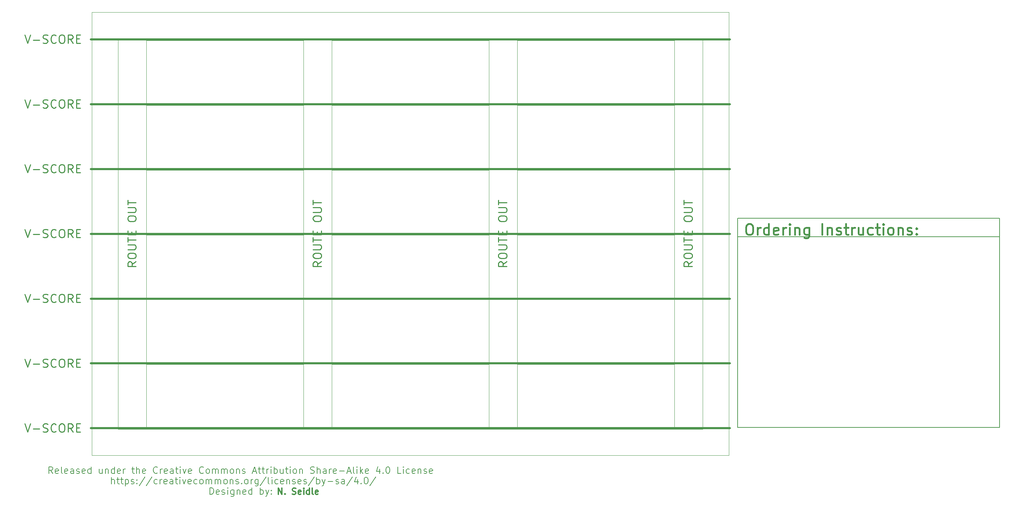
<source format=gko>
%TF.GenerationSoftware,KiCad,Pcbnew,7.0.6*%
%TF.CreationDate,2023-11-19T12:50:21-07:00*%
%TF.ProjectId,SparkFun_BlueSMiRF-ESP32-PTH_panelized,53706172-6b46-4756-9e5f-426c7565534d,rev?*%
%TF.SameCoordinates,Original*%
%TF.FileFunction,Soldermask,Bot*%
%TF.FilePolarity,Negative*%
%FSLAX46Y46*%
G04 Gerber Fmt 4.6, Leading zero omitted, Abs format (unit mm)*
G04 Created by KiCad (PCBNEW 7.0.6) date 2023-11-19 12:50:21*
%MOMM*%
%LPD*%
G01*
G04 APERTURE LIST*
%TA.AperFunction,Profile*%
%ADD10C,0.100000*%
%TD*%
%ADD11C,0.500000*%
%ADD12C,0.250000*%
%ADD13C,0.300000*%
%ADD14C,0.457200*%
%ADD15C,0.142240*%
%ADD16C,0.203200*%
%ADD17C,0.200000*%
G04 APERTURE END LIST*
D10*
X0Y15240000D02*
X38100000Y15240000D01*
X38100000Y0D01*
X0Y0D01*
X0Y15240000D01*
X89900000Y30980000D02*
X128000000Y30980000D01*
X128000000Y15740000D01*
X89900000Y15740000D01*
X89900000Y30980000D01*
X44950000Y78200000D02*
X83050000Y78200000D01*
X83050000Y62960000D01*
X44950000Y62960000D01*
X44950000Y78200000D01*
X0Y30980000D02*
X38100000Y30980000D01*
X38100000Y15740000D01*
X0Y15740000D01*
X0Y30980000D01*
X89900000Y93940000D02*
X128000000Y93940000D01*
X128000000Y78700000D01*
X89900000Y78700000D01*
X89900000Y93940000D01*
X0Y93940000D02*
X38100000Y93940000D01*
X38100000Y78700000D01*
X0Y78700000D01*
X0Y93940000D01*
X44950000Y93940000D02*
X83050000Y93940000D01*
X83050000Y78700000D01*
X44950000Y78700000D01*
X44950000Y93940000D01*
X0Y62460000D02*
X38100000Y62460000D01*
X38100000Y47220000D01*
X0Y47220000D01*
X0Y62460000D01*
X141200000Y-6850000D02*
X-13200000Y-6850000D01*
X89900000Y46720000D02*
X128000000Y46720000D01*
X128000000Y31480000D01*
X89900000Y31480000D01*
X89900000Y46720000D01*
X134850000Y94440000D02*
X134850000Y-500000D01*
X-6850000Y94440000D02*
X134850000Y94440000D01*
X0Y46720000D02*
X38100000Y46720000D01*
X38100000Y31480000D01*
X0Y31480000D01*
X0Y46720000D01*
X44950000Y30980000D02*
X83050000Y30980000D01*
X83050000Y15740000D01*
X44950000Y15740000D01*
X44950000Y30980000D01*
X44950000Y15240000D02*
X83050000Y15240000D01*
X83050000Y0D01*
X44950000Y0D01*
X44950000Y15240000D01*
X134850000Y-500000D02*
X-6850000Y-500000D01*
X-13200000Y100790000D02*
X141200000Y100790000D01*
X44950000Y46720000D02*
X83050000Y46720000D01*
X83050000Y31480000D01*
X44950000Y31480000D01*
X44950000Y46720000D01*
X-6850000Y-500000D02*
X-6850000Y94440000D01*
X89900000Y15240000D02*
X128000000Y15240000D01*
X128000000Y0D01*
X89900000Y0D01*
X89900000Y15240000D01*
X44950000Y62460000D02*
X83050000Y62460000D01*
X83050000Y47220000D01*
X44950000Y47220000D01*
X44950000Y62460000D01*
X141200000Y100790000D02*
X141200000Y-6850000D01*
X89900000Y78200000D02*
X128000000Y78200000D01*
X128000000Y62960000D01*
X89900000Y62960000D01*
X89900000Y78200000D01*
X0Y78200000D02*
X38100000Y78200000D01*
X38100000Y62960000D01*
X0Y62960000D01*
X0Y78200000D01*
X89900000Y62460000D02*
X128000000Y62460000D01*
X128000000Y47220000D01*
X89900000Y47220000D01*
X89900000Y62460000D01*
X-13200000Y-6850000D02*
X-13200000Y100790000D01*
D11*
X-13450000Y31230000D02*
X141450000Y31230000D01*
X-13450000Y46970000D02*
X141450000Y46970000D01*
X-13450000Y15490000D02*
X141450000Y15490000D01*
X-13450000Y-250000D02*
X141450000Y-250000D01*
X-13450000Y62710000D02*
X141450000Y62710000D01*
X-13450000Y94190000D02*
X141450000Y94190000D01*
X-13450000Y78450000D02*
X141450000Y78450000D01*
D12*
X-29423997Y95277762D02*
X-28757331Y93277762D01*
X-28757331Y93277762D02*
X-28090664Y95277762D01*
X-27423997Y94039667D02*
X-25900187Y94039667D01*
X-25043045Y93373000D02*
X-24757331Y93277762D01*
X-24757331Y93277762D02*
X-24281140Y93277762D01*
X-24281140Y93277762D02*
X-24090664Y93373000D01*
X-24090664Y93373000D02*
X-23995426Y93468239D01*
X-23995426Y93468239D02*
X-23900188Y93658715D01*
X-23900188Y93658715D02*
X-23900188Y93849191D01*
X-23900188Y93849191D02*
X-23995426Y94039667D01*
X-23995426Y94039667D02*
X-24090664Y94134905D01*
X-24090664Y94134905D02*
X-24281140Y94230143D01*
X-24281140Y94230143D02*
X-24662093Y94325381D01*
X-24662093Y94325381D02*
X-24852569Y94420620D01*
X-24852569Y94420620D02*
X-24947807Y94515858D01*
X-24947807Y94515858D02*
X-25043045Y94706334D01*
X-25043045Y94706334D02*
X-25043045Y94896810D01*
X-25043045Y94896810D02*
X-24947807Y95087286D01*
X-24947807Y95087286D02*
X-24852569Y95182524D01*
X-24852569Y95182524D02*
X-24662093Y95277762D01*
X-24662093Y95277762D02*
X-24185902Y95277762D01*
X-24185902Y95277762D02*
X-23900188Y95182524D01*
X-21900188Y93468239D02*
X-21995426Y93373000D01*
X-21995426Y93373000D02*
X-22281140Y93277762D01*
X-22281140Y93277762D02*
X-22471616Y93277762D01*
X-22471616Y93277762D02*
X-22757331Y93373000D01*
X-22757331Y93373000D02*
X-22947807Y93563477D01*
X-22947807Y93563477D02*
X-23043045Y93753953D01*
X-23043045Y93753953D02*
X-23138283Y94134905D01*
X-23138283Y94134905D02*
X-23138283Y94420620D01*
X-23138283Y94420620D02*
X-23043045Y94801572D01*
X-23043045Y94801572D02*
X-22947807Y94992048D01*
X-22947807Y94992048D02*
X-22757331Y95182524D01*
X-22757331Y95182524D02*
X-22471616Y95277762D01*
X-22471616Y95277762D02*
X-22281140Y95277762D01*
X-22281140Y95277762D02*
X-21995426Y95182524D01*
X-21995426Y95182524D02*
X-21900188Y95087286D01*
X-20662093Y95277762D02*
X-20281140Y95277762D01*
X-20281140Y95277762D02*
X-20090664Y95182524D01*
X-20090664Y95182524D02*
X-19900188Y94992048D01*
X-19900188Y94992048D02*
X-19804950Y94611096D01*
X-19804950Y94611096D02*
X-19804950Y93944429D01*
X-19804950Y93944429D02*
X-19900188Y93563477D01*
X-19900188Y93563477D02*
X-20090664Y93373000D01*
X-20090664Y93373000D02*
X-20281140Y93277762D01*
X-20281140Y93277762D02*
X-20662093Y93277762D01*
X-20662093Y93277762D02*
X-20852569Y93373000D01*
X-20852569Y93373000D02*
X-21043045Y93563477D01*
X-21043045Y93563477D02*
X-21138283Y93944429D01*
X-21138283Y93944429D02*
X-21138283Y94611096D01*
X-21138283Y94611096D02*
X-21043045Y94992048D01*
X-21043045Y94992048D02*
X-20852569Y95182524D01*
X-20852569Y95182524D02*
X-20662093Y95277762D01*
X-17804950Y93277762D02*
X-18471617Y94230143D01*
X-18947807Y93277762D02*
X-18947807Y95277762D01*
X-18947807Y95277762D02*
X-18185902Y95277762D01*
X-18185902Y95277762D02*
X-17995426Y95182524D01*
X-17995426Y95182524D02*
X-17900188Y95087286D01*
X-17900188Y95087286D02*
X-17804950Y94896810D01*
X-17804950Y94896810D02*
X-17804950Y94611096D01*
X-17804950Y94611096D02*
X-17900188Y94420620D01*
X-17900188Y94420620D02*
X-17995426Y94325381D01*
X-17995426Y94325381D02*
X-18185902Y94230143D01*
X-18185902Y94230143D02*
X-18947807Y94230143D01*
X-16947807Y94325381D02*
X-16281140Y94325381D01*
X-15995426Y93277762D02*
X-16947807Y93277762D01*
X-16947807Y93277762D02*
X-16947807Y95277762D01*
X-16947807Y95277762D02*
X-15995426Y95277762D01*
X42437238Y40208095D02*
X41484857Y39541428D01*
X42437238Y39065238D02*
X40437238Y39065238D01*
X40437238Y39065238D02*
X40437238Y39827143D01*
X40437238Y39827143D02*
X40532476Y40017619D01*
X40532476Y40017619D02*
X40627714Y40112857D01*
X40627714Y40112857D02*
X40818190Y40208095D01*
X40818190Y40208095D02*
X41103904Y40208095D01*
X41103904Y40208095D02*
X41294380Y40112857D01*
X41294380Y40112857D02*
X41389619Y40017619D01*
X41389619Y40017619D02*
X41484857Y39827143D01*
X41484857Y39827143D02*
X41484857Y39065238D01*
X40437238Y41446190D02*
X40437238Y41827143D01*
X40437238Y41827143D02*
X40532476Y42017619D01*
X40532476Y42017619D02*
X40722952Y42208095D01*
X40722952Y42208095D02*
X41103904Y42303333D01*
X41103904Y42303333D02*
X41770571Y42303333D01*
X41770571Y42303333D02*
X42151523Y42208095D01*
X42151523Y42208095D02*
X42342000Y42017619D01*
X42342000Y42017619D02*
X42437238Y41827143D01*
X42437238Y41827143D02*
X42437238Y41446190D01*
X42437238Y41446190D02*
X42342000Y41255714D01*
X42342000Y41255714D02*
X42151523Y41065238D01*
X42151523Y41065238D02*
X41770571Y40970000D01*
X41770571Y40970000D02*
X41103904Y40970000D01*
X41103904Y40970000D02*
X40722952Y41065238D01*
X40722952Y41065238D02*
X40532476Y41255714D01*
X40532476Y41255714D02*
X40437238Y41446190D01*
X40437238Y43160476D02*
X42056285Y43160476D01*
X42056285Y43160476D02*
X42246761Y43255714D01*
X42246761Y43255714D02*
X42342000Y43350952D01*
X42342000Y43350952D02*
X42437238Y43541428D01*
X42437238Y43541428D02*
X42437238Y43922381D01*
X42437238Y43922381D02*
X42342000Y44112857D01*
X42342000Y44112857D02*
X42246761Y44208095D01*
X42246761Y44208095D02*
X42056285Y44303333D01*
X42056285Y44303333D02*
X40437238Y44303333D01*
X40437238Y44970000D02*
X40437238Y46112857D01*
X42437238Y45541428D02*
X40437238Y45541428D01*
X41389619Y46779524D02*
X41389619Y47446191D01*
X42437238Y47731905D02*
X42437238Y46779524D01*
X42437238Y46779524D02*
X40437238Y46779524D01*
X40437238Y46779524D02*
X40437238Y47731905D01*
X40437238Y50493810D02*
X40437238Y50874763D01*
X40437238Y50874763D02*
X40532476Y51065239D01*
X40532476Y51065239D02*
X40722952Y51255715D01*
X40722952Y51255715D02*
X41103904Y51350953D01*
X41103904Y51350953D02*
X41770571Y51350953D01*
X41770571Y51350953D02*
X42151523Y51255715D01*
X42151523Y51255715D02*
X42342000Y51065239D01*
X42342000Y51065239D02*
X42437238Y50874763D01*
X42437238Y50874763D02*
X42437238Y50493810D01*
X42437238Y50493810D02*
X42342000Y50303334D01*
X42342000Y50303334D02*
X42151523Y50112858D01*
X42151523Y50112858D02*
X41770571Y50017620D01*
X41770571Y50017620D02*
X41103904Y50017620D01*
X41103904Y50017620D02*
X40722952Y50112858D01*
X40722952Y50112858D02*
X40532476Y50303334D01*
X40532476Y50303334D02*
X40437238Y50493810D01*
X40437238Y52208096D02*
X42056285Y52208096D01*
X42056285Y52208096D02*
X42246761Y52303334D01*
X42246761Y52303334D02*
X42342000Y52398572D01*
X42342000Y52398572D02*
X42437238Y52589048D01*
X42437238Y52589048D02*
X42437238Y52970001D01*
X42437238Y52970001D02*
X42342000Y53160477D01*
X42342000Y53160477D02*
X42246761Y53255715D01*
X42246761Y53255715D02*
X42056285Y53350953D01*
X42056285Y53350953D02*
X40437238Y53350953D01*
X40437238Y54017620D02*
X40437238Y55160477D01*
X42437238Y54589048D02*
X40437238Y54589048D01*
X132337238Y40208095D02*
X131384857Y39541428D01*
X132337238Y39065238D02*
X130337238Y39065238D01*
X130337238Y39065238D02*
X130337238Y39827143D01*
X130337238Y39827143D02*
X130432476Y40017619D01*
X130432476Y40017619D02*
X130527714Y40112857D01*
X130527714Y40112857D02*
X130718190Y40208095D01*
X130718190Y40208095D02*
X131003904Y40208095D01*
X131003904Y40208095D02*
X131194380Y40112857D01*
X131194380Y40112857D02*
X131289619Y40017619D01*
X131289619Y40017619D02*
X131384857Y39827143D01*
X131384857Y39827143D02*
X131384857Y39065238D01*
X130337238Y41446190D02*
X130337238Y41827143D01*
X130337238Y41827143D02*
X130432476Y42017619D01*
X130432476Y42017619D02*
X130622952Y42208095D01*
X130622952Y42208095D02*
X131003904Y42303333D01*
X131003904Y42303333D02*
X131670571Y42303333D01*
X131670571Y42303333D02*
X132051523Y42208095D01*
X132051523Y42208095D02*
X132242000Y42017619D01*
X132242000Y42017619D02*
X132337238Y41827143D01*
X132337238Y41827143D02*
X132337238Y41446190D01*
X132337238Y41446190D02*
X132242000Y41255714D01*
X132242000Y41255714D02*
X132051523Y41065238D01*
X132051523Y41065238D02*
X131670571Y40970000D01*
X131670571Y40970000D02*
X131003904Y40970000D01*
X131003904Y40970000D02*
X130622952Y41065238D01*
X130622952Y41065238D02*
X130432476Y41255714D01*
X130432476Y41255714D02*
X130337238Y41446190D01*
X130337238Y43160476D02*
X131956285Y43160476D01*
X131956285Y43160476D02*
X132146761Y43255714D01*
X132146761Y43255714D02*
X132242000Y43350952D01*
X132242000Y43350952D02*
X132337238Y43541428D01*
X132337238Y43541428D02*
X132337238Y43922381D01*
X132337238Y43922381D02*
X132242000Y44112857D01*
X132242000Y44112857D02*
X132146761Y44208095D01*
X132146761Y44208095D02*
X131956285Y44303333D01*
X131956285Y44303333D02*
X130337238Y44303333D01*
X130337238Y44970000D02*
X130337238Y46112857D01*
X132337238Y45541428D02*
X130337238Y45541428D01*
X131289619Y46779524D02*
X131289619Y47446191D01*
X132337238Y47731905D02*
X132337238Y46779524D01*
X132337238Y46779524D02*
X130337238Y46779524D01*
X130337238Y46779524D02*
X130337238Y47731905D01*
X130337238Y50493810D02*
X130337238Y50874763D01*
X130337238Y50874763D02*
X130432476Y51065239D01*
X130432476Y51065239D02*
X130622952Y51255715D01*
X130622952Y51255715D02*
X131003904Y51350953D01*
X131003904Y51350953D02*
X131670571Y51350953D01*
X131670571Y51350953D02*
X132051523Y51255715D01*
X132051523Y51255715D02*
X132242000Y51065239D01*
X132242000Y51065239D02*
X132337238Y50874763D01*
X132337238Y50874763D02*
X132337238Y50493810D01*
X132337238Y50493810D02*
X132242000Y50303334D01*
X132242000Y50303334D02*
X132051523Y50112858D01*
X132051523Y50112858D02*
X131670571Y50017620D01*
X131670571Y50017620D02*
X131003904Y50017620D01*
X131003904Y50017620D02*
X130622952Y50112858D01*
X130622952Y50112858D02*
X130432476Y50303334D01*
X130432476Y50303334D02*
X130337238Y50493810D01*
X130337238Y52208096D02*
X131956285Y52208096D01*
X131956285Y52208096D02*
X132146761Y52303334D01*
X132146761Y52303334D02*
X132242000Y52398572D01*
X132242000Y52398572D02*
X132337238Y52589048D01*
X132337238Y52589048D02*
X132337238Y52970001D01*
X132337238Y52970001D02*
X132242000Y53160477D01*
X132242000Y53160477D02*
X132146761Y53255715D01*
X132146761Y53255715D02*
X131956285Y53350953D01*
X131956285Y53350953D02*
X130337238Y53350953D01*
X130337238Y54017620D02*
X130337238Y55160477D01*
X132337238Y54589048D02*
X130337238Y54589048D01*
D13*
X32044285Y-16310828D02*
X32044285Y-14810828D01*
X32044285Y-14810828D02*
X32901428Y-16310828D01*
X32901428Y-16310828D02*
X32901428Y-14810828D01*
X33615714Y-16167971D02*
X33687143Y-16239400D01*
X33687143Y-16239400D02*
X33615714Y-16310828D01*
X33615714Y-16310828D02*
X33544286Y-16239400D01*
X33544286Y-16239400D02*
X33615714Y-16167971D01*
X33615714Y-16167971D02*
X33615714Y-16310828D01*
X35401429Y-16239400D02*
X35615715Y-16310828D01*
X35615715Y-16310828D02*
X35972857Y-16310828D01*
X35972857Y-16310828D02*
X36115715Y-16239400D01*
X36115715Y-16239400D02*
X36187143Y-16167971D01*
X36187143Y-16167971D02*
X36258572Y-16025114D01*
X36258572Y-16025114D02*
X36258572Y-15882257D01*
X36258572Y-15882257D02*
X36187143Y-15739400D01*
X36187143Y-15739400D02*
X36115715Y-15667971D01*
X36115715Y-15667971D02*
X35972857Y-15596542D01*
X35972857Y-15596542D02*
X35687143Y-15525114D01*
X35687143Y-15525114D02*
X35544286Y-15453685D01*
X35544286Y-15453685D02*
X35472857Y-15382257D01*
X35472857Y-15382257D02*
X35401429Y-15239400D01*
X35401429Y-15239400D02*
X35401429Y-15096542D01*
X35401429Y-15096542D02*
X35472857Y-14953685D01*
X35472857Y-14953685D02*
X35544286Y-14882257D01*
X35544286Y-14882257D02*
X35687143Y-14810828D01*
X35687143Y-14810828D02*
X36044286Y-14810828D01*
X36044286Y-14810828D02*
X36258572Y-14882257D01*
X37472857Y-16239400D02*
X37330000Y-16310828D01*
X37330000Y-16310828D02*
X37044286Y-16310828D01*
X37044286Y-16310828D02*
X36901428Y-16239400D01*
X36901428Y-16239400D02*
X36830000Y-16096542D01*
X36830000Y-16096542D02*
X36830000Y-15525114D01*
X36830000Y-15525114D02*
X36901428Y-15382257D01*
X36901428Y-15382257D02*
X37044286Y-15310828D01*
X37044286Y-15310828D02*
X37330000Y-15310828D01*
X37330000Y-15310828D02*
X37472857Y-15382257D01*
X37472857Y-15382257D02*
X37544286Y-15525114D01*
X37544286Y-15525114D02*
X37544286Y-15667971D01*
X37544286Y-15667971D02*
X36830000Y-15810828D01*
X38187142Y-16310828D02*
X38187142Y-15310828D01*
X38187142Y-14810828D02*
X38115714Y-14882257D01*
X38115714Y-14882257D02*
X38187142Y-14953685D01*
X38187142Y-14953685D02*
X38258571Y-14882257D01*
X38258571Y-14882257D02*
X38187142Y-14810828D01*
X38187142Y-14810828D02*
X38187142Y-14953685D01*
X39544286Y-16310828D02*
X39544286Y-14810828D01*
X39544286Y-16239400D02*
X39401428Y-16310828D01*
X39401428Y-16310828D02*
X39115714Y-16310828D01*
X39115714Y-16310828D02*
X38972857Y-16239400D01*
X38972857Y-16239400D02*
X38901428Y-16167971D01*
X38901428Y-16167971D02*
X38830000Y-16025114D01*
X38830000Y-16025114D02*
X38830000Y-15596542D01*
X38830000Y-15596542D02*
X38901428Y-15453685D01*
X38901428Y-15453685D02*
X38972857Y-15382257D01*
X38972857Y-15382257D02*
X39115714Y-15310828D01*
X39115714Y-15310828D02*
X39401428Y-15310828D01*
X39401428Y-15310828D02*
X39544286Y-15382257D01*
X40472857Y-16310828D02*
X40330000Y-16239400D01*
X40330000Y-16239400D02*
X40258571Y-16096542D01*
X40258571Y-16096542D02*
X40258571Y-14810828D01*
X41615714Y-16239400D02*
X41472857Y-16310828D01*
X41472857Y-16310828D02*
X41187143Y-16310828D01*
X41187143Y-16310828D02*
X41044285Y-16239400D01*
X41044285Y-16239400D02*
X40972857Y-16096542D01*
X40972857Y-16096542D02*
X40972857Y-15525114D01*
X40972857Y-15525114D02*
X41044285Y-15382257D01*
X41044285Y-15382257D02*
X41187143Y-15310828D01*
X41187143Y-15310828D02*
X41472857Y-15310828D01*
X41472857Y-15310828D02*
X41615714Y-15382257D01*
X41615714Y-15382257D02*
X41687143Y-15525114D01*
X41687143Y-15525114D02*
X41687143Y-15667971D01*
X41687143Y-15667971D02*
X40972857Y-15810828D01*
D12*
X-29423997Y32317762D02*
X-28757331Y30317762D01*
X-28757331Y30317762D02*
X-28090664Y32317762D01*
X-27423997Y31079667D02*
X-25900187Y31079667D01*
X-25043045Y30413000D02*
X-24757331Y30317762D01*
X-24757331Y30317762D02*
X-24281140Y30317762D01*
X-24281140Y30317762D02*
X-24090664Y30413000D01*
X-24090664Y30413000D02*
X-23995426Y30508239D01*
X-23995426Y30508239D02*
X-23900188Y30698715D01*
X-23900188Y30698715D02*
X-23900188Y30889191D01*
X-23900188Y30889191D02*
X-23995426Y31079667D01*
X-23995426Y31079667D02*
X-24090664Y31174905D01*
X-24090664Y31174905D02*
X-24281140Y31270143D01*
X-24281140Y31270143D02*
X-24662093Y31365381D01*
X-24662093Y31365381D02*
X-24852569Y31460620D01*
X-24852569Y31460620D02*
X-24947807Y31555858D01*
X-24947807Y31555858D02*
X-25043045Y31746334D01*
X-25043045Y31746334D02*
X-25043045Y31936810D01*
X-25043045Y31936810D02*
X-24947807Y32127286D01*
X-24947807Y32127286D02*
X-24852569Y32222524D01*
X-24852569Y32222524D02*
X-24662093Y32317762D01*
X-24662093Y32317762D02*
X-24185902Y32317762D01*
X-24185902Y32317762D02*
X-23900188Y32222524D01*
X-21900188Y30508239D02*
X-21995426Y30413000D01*
X-21995426Y30413000D02*
X-22281140Y30317762D01*
X-22281140Y30317762D02*
X-22471616Y30317762D01*
X-22471616Y30317762D02*
X-22757331Y30413000D01*
X-22757331Y30413000D02*
X-22947807Y30603477D01*
X-22947807Y30603477D02*
X-23043045Y30793953D01*
X-23043045Y30793953D02*
X-23138283Y31174905D01*
X-23138283Y31174905D02*
X-23138283Y31460620D01*
X-23138283Y31460620D02*
X-23043045Y31841572D01*
X-23043045Y31841572D02*
X-22947807Y32032048D01*
X-22947807Y32032048D02*
X-22757331Y32222524D01*
X-22757331Y32222524D02*
X-22471616Y32317762D01*
X-22471616Y32317762D02*
X-22281140Y32317762D01*
X-22281140Y32317762D02*
X-21995426Y32222524D01*
X-21995426Y32222524D02*
X-21900188Y32127286D01*
X-20662093Y32317762D02*
X-20281140Y32317762D01*
X-20281140Y32317762D02*
X-20090664Y32222524D01*
X-20090664Y32222524D02*
X-19900188Y32032048D01*
X-19900188Y32032048D02*
X-19804950Y31651096D01*
X-19804950Y31651096D02*
X-19804950Y30984429D01*
X-19804950Y30984429D02*
X-19900188Y30603477D01*
X-19900188Y30603477D02*
X-20090664Y30413000D01*
X-20090664Y30413000D02*
X-20281140Y30317762D01*
X-20281140Y30317762D02*
X-20662093Y30317762D01*
X-20662093Y30317762D02*
X-20852569Y30413000D01*
X-20852569Y30413000D02*
X-21043045Y30603477D01*
X-21043045Y30603477D02*
X-21138283Y30984429D01*
X-21138283Y30984429D02*
X-21138283Y31651096D01*
X-21138283Y31651096D02*
X-21043045Y32032048D01*
X-21043045Y32032048D02*
X-20852569Y32222524D01*
X-20852569Y32222524D02*
X-20662093Y32317762D01*
X-17804950Y30317762D02*
X-18471617Y31270143D01*
X-18947807Y30317762D02*
X-18947807Y32317762D01*
X-18947807Y32317762D02*
X-18185902Y32317762D01*
X-18185902Y32317762D02*
X-17995426Y32222524D01*
X-17995426Y32222524D02*
X-17900188Y32127286D01*
X-17900188Y32127286D02*
X-17804950Y31936810D01*
X-17804950Y31936810D02*
X-17804950Y31651096D01*
X-17804950Y31651096D02*
X-17900188Y31460620D01*
X-17900188Y31460620D02*
X-17995426Y31365381D01*
X-17995426Y31365381D02*
X-18185902Y31270143D01*
X-18185902Y31270143D02*
X-18947807Y31270143D01*
X-16947807Y31365381D02*
X-16281140Y31365381D01*
X-15995426Y30317762D02*
X-16947807Y30317762D01*
X-16947807Y30317762D02*
X-16947807Y32317762D01*
X-16947807Y32317762D02*
X-15995426Y32317762D01*
X-29423997Y48057762D02*
X-28757331Y46057762D01*
X-28757331Y46057762D02*
X-28090664Y48057762D01*
X-27423997Y46819667D02*
X-25900187Y46819667D01*
X-25043045Y46153000D02*
X-24757331Y46057762D01*
X-24757331Y46057762D02*
X-24281140Y46057762D01*
X-24281140Y46057762D02*
X-24090664Y46153000D01*
X-24090664Y46153000D02*
X-23995426Y46248239D01*
X-23995426Y46248239D02*
X-23900188Y46438715D01*
X-23900188Y46438715D02*
X-23900188Y46629191D01*
X-23900188Y46629191D02*
X-23995426Y46819667D01*
X-23995426Y46819667D02*
X-24090664Y46914905D01*
X-24090664Y46914905D02*
X-24281140Y47010143D01*
X-24281140Y47010143D02*
X-24662093Y47105381D01*
X-24662093Y47105381D02*
X-24852569Y47200620D01*
X-24852569Y47200620D02*
X-24947807Y47295858D01*
X-24947807Y47295858D02*
X-25043045Y47486334D01*
X-25043045Y47486334D02*
X-25043045Y47676810D01*
X-25043045Y47676810D02*
X-24947807Y47867286D01*
X-24947807Y47867286D02*
X-24852569Y47962524D01*
X-24852569Y47962524D02*
X-24662093Y48057762D01*
X-24662093Y48057762D02*
X-24185902Y48057762D01*
X-24185902Y48057762D02*
X-23900188Y47962524D01*
X-21900188Y46248239D02*
X-21995426Y46153000D01*
X-21995426Y46153000D02*
X-22281140Y46057762D01*
X-22281140Y46057762D02*
X-22471616Y46057762D01*
X-22471616Y46057762D02*
X-22757331Y46153000D01*
X-22757331Y46153000D02*
X-22947807Y46343477D01*
X-22947807Y46343477D02*
X-23043045Y46533953D01*
X-23043045Y46533953D02*
X-23138283Y46914905D01*
X-23138283Y46914905D02*
X-23138283Y47200620D01*
X-23138283Y47200620D02*
X-23043045Y47581572D01*
X-23043045Y47581572D02*
X-22947807Y47772048D01*
X-22947807Y47772048D02*
X-22757331Y47962524D01*
X-22757331Y47962524D02*
X-22471616Y48057762D01*
X-22471616Y48057762D02*
X-22281140Y48057762D01*
X-22281140Y48057762D02*
X-21995426Y47962524D01*
X-21995426Y47962524D02*
X-21900188Y47867286D01*
X-20662093Y48057762D02*
X-20281140Y48057762D01*
X-20281140Y48057762D02*
X-20090664Y47962524D01*
X-20090664Y47962524D02*
X-19900188Y47772048D01*
X-19900188Y47772048D02*
X-19804950Y47391096D01*
X-19804950Y47391096D02*
X-19804950Y46724429D01*
X-19804950Y46724429D02*
X-19900188Y46343477D01*
X-19900188Y46343477D02*
X-20090664Y46153000D01*
X-20090664Y46153000D02*
X-20281140Y46057762D01*
X-20281140Y46057762D02*
X-20662093Y46057762D01*
X-20662093Y46057762D02*
X-20852569Y46153000D01*
X-20852569Y46153000D02*
X-21043045Y46343477D01*
X-21043045Y46343477D02*
X-21138283Y46724429D01*
X-21138283Y46724429D02*
X-21138283Y47391096D01*
X-21138283Y47391096D02*
X-21043045Y47772048D01*
X-21043045Y47772048D02*
X-20852569Y47962524D01*
X-20852569Y47962524D02*
X-20662093Y48057762D01*
X-17804950Y46057762D02*
X-18471617Y47010143D01*
X-18947807Y46057762D02*
X-18947807Y48057762D01*
X-18947807Y48057762D02*
X-18185902Y48057762D01*
X-18185902Y48057762D02*
X-17995426Y47962524D01*
X-17995426Y47962524D02*
X-17900188Y47867286D01*
X-17900188Y47867286D02*
X-17804950Y47676810D01*
X-17804950Y47676810D02*
X-17804950Y47391096D01*
X-17804950Y47391096D02*
X-17900188Y47200620D01*
X-17900188Y47200620D02*
X-17995426Y47105381D01*
X-17995426Y47105381D02*
X-18185902Y47010143D01*
X-18185902Y47010143D02*
X-18947807Y47010143D01*
X-16947807Y47105381D02*
X-16281140Y47105381D01*
X-15995426Y46057762D02*
X-16947807Y46057762D01*
X-16947807Y46057762D02*
X-16947807Y48057762D01*
X-16947807Y48057762D02*
X-15995426Y48057762D01*
X87387238Y40208095D02*
X86434857Y39541428D01*
X87387238Y39065238D02*
X85387238Y39065238D01*
X85387238Y39065238D02*
X85387238Y39827143D01*
X85387238Y39827143D02*
X85482476Y40017619D01*
X85482476Y40017619D02*
X85577714Y40112857D01*
X85577714Y40112857D02*
X85768190Y40208095D01*
X85768190Y40208095D02*
X86053904Y40208095D01*
X86053904Y40208095D02*
X86244380Y40112857D01*
X86244380Y40112857D02*
X86339619Y40017619D01*
X86339619Y40017619D02*
X86434857Y39827143D01*
X86434857Y39827143D02*
X86434857Y39065238D01*
X85387238Y41446190D02*
X85387238Y41827143D01*
X85387238Y41827143D02*
X85482476Y42017619D01*
X85482476Y42017619D02*
X85672952Y42208095D01*
X85672952Y42208095D02*
X86053904Y42303333D01*
X86053904Y42303333D02*
X86720571Y42303333D01*
X86720571Y42303333D02*
X87101523Y42208095D01*
X87101523Y42208095D02*
X87292000Y42017619D01*
X87292000Y42017619D02*
X87387238Y41827143D01*
X87387238Y41827143D02*
X87387238Y41446190D01*
X87387238Y41446190D02*
X87292000Y41255714D01*
X87292000Y41255714D02*
X87101523Y41065238D01*
X87101523Y41065238D02*
X86720571Y40970000D01*
X86720571Y40970000D02*
X86053904Y40970000D01*
X86053904Y40970000D02*
X85672952Y41065238D01*
X85672952Y41065238D02*
X85482476Y41255714D01*
X85482476Y41255714D02*
X85387238Y41446190D01*
X85387238Y43160476D02*
X87006285Y43160476D01*
X87006285Y43160476D02*
X87196761Y43255714D01*
X87196761Y43255714D02*
X87292000Y43350952D01*
X87292000Y43350952D02*
X87387238Y43541428D01*
X87387238Y43541428D02*
X87387238Y43922381D01*
X87387238Y43922381D02*
X87292000Y44112857D01*
X87292000Y44112857D02*
X87196761Y44208095D01*
X87196761Y44208095D02*
X87006285Y44303333D01*
X87006285Y44303333D02*
X85387238Y44303333D01*
X85387238Y44970000D02*
X85387238Y46112857D01*
X87387238Y45541428D02*
X85387238Y45541428D01*
X86339619Y46779524D02*
X86339619Y47446191D01*
X87387238Y47731905D02*
X87387238Y46779524D01*
X87387238Y46779524D02*
X85387238Y46779524D01*
X85387238Y46779524D02*
X85387238Y47731905D01*
X85387238Y50493810D02*
X85387238Y50874763D01*
X85387238Y50874763D02*
X85482476Y51065239D01*
X85482476Y51065239D02*
X85672952Y51255715D01*
X85672952Y51255715D02*
X86053904Y51350953D01*
X86053904Y51350953D02*
X86720571Y51350953D01*
X86720571Y51350953D02*
X87101523Y51255715D01*
X87101523Y51255715D02*
X87292000Y51065239D01*
X87292000Y51065239D02*
X87387238Y50874763D01*
X87387238Y50874763D02*
X87387238Y50493810D01*
X87387238Y50493810D02*
X87292000Y50303334D01*
X87292000Y50303334D02*
X87101523Y50112858D01*
X87101523Y50112858D02*
X86720571Y50017620D01*
X86720571Y50017620D02*
X86053904Y50017620D01*
X86053904Y50017620D02*
X85672952Y50112858D01*
X85672952Y50112858D02*
X85482476Y50303334D01*
X85482476Y50303334D02*
X85387238Y50493810D01*
X85387238Y52208096D02*
X87006285Y52208096D01*
X87006285Y52208096D02*
X87196761Y52303334D01*
X87196761Y52303334D02*
X87292000Y52398572D01*
X87292000Y52398572D02*
X87387238Y52589048D01*
X87387238Y52589048D02*
X87387238Y52970001D01*
X87387238Y52970001D02*
X87292000Y53160477D01*
X87292000Y53160477D02*
X87196761Y53255715D01*
X87196761Y53255715D02*
X87006285Y53350953D01*
X87006285Y53350953D02*
X85387238Y53350953D01*
X85387238Y54017620D02*
X85387238Y55160477D01*
X87387238Y54589048D02*
X85387238Y54589048D01*
X-29423997Y63797762D02*
X-28757331Y61797762D01*
X-28757331Y61797762D02*
X-28090664Y63797762D01*
X-27423997Y62559667D02*
X-25900187Y62559667D01*
X-25043045Y61893000D02*
X-24757331Y61797762D01*
X-24757331Y61797762D02*
X-24281140Y61797762D01*
X-24281140Y61797762D02*
X-24090664Y61893000D01*
X-24090664Y61893000D02*
X-23995426Y61988239D01*
X-23995426Y61988239D02*
X-23900188Y62178715D01*
X-23900188Y62178715D02*
X-23900188Y62369191D01*
X-23900188Y62369191D02*
X-23995426Y62559667D01*
X-23995426Y62559667D02*
X-24090664Y62654905D01*
X-24090664Y62654905D02*
X-24281140Y62750143D01*
X-24281140Y62750143D02*
X-24662093Y62845381D01*
X-24662093Y62845381D02*
X-24852569Y62940620D01*
X-24852569Y62940620D02*
X-24947807Y63035858D01*
X-24947807Y63035858D02*
X-25043045Y63226334D01*
X-25043045Y63226334D02*
X-25043045Y63416810D01*
X-25043045Y63416810D02*
X-24947807Y63607286D01*
X-24947807Y63607286D02*
X-24852569Y63702524D01*
X-24852569Y63702524D02*
X-24662093Y63797762D01*
X-24662093Y63797762D02*
X-24185902Y63797762D01*
X-24185902Y63797762D02*
X-23900188Y63702524D01*
X-21900188Y61988239D02*
X-21995426Y61893000D01*
X-21995426Y61893000D02*
X-22281140Y61797762D01*
X-22281140Y61797762D02*
X-22471616Y61797762D01*
X-22471616Y61797762D02*
X-22757331Y61893000D01*
X-22757331Y61893000D02*
X-22947807Y62083477D01*
X-22947807Y62083477D02*
X-23043045Y62273953D01*
X-23043045Y62273953D02*
X-23138283Y62654905D01*
X-23138283Y62654905D02*
X-23138283Y62940620D01*
X-23138283Y62940620D02*
X-23043045Y63321572D01*
X-23043045Y63321572D02*
X-22947807Y63512048D01*
X-22947807Y63512048D02*
X-22757331Y63702524D01*
X-22757331Y63702524D02*
X-22471616Y63797762D01*
X-22471616Y63797762D02*
X-22281140Y63797762D01*
X-22281140Y63797762D02*
X-21995426Y63702524D01*
X-21995426Y63702524D02*
X-21900188Y63607286D01*
X-20662093Y63797762D02*
X-20281140Y63797762D01*
X-20281140Y63797762D02*
X-20090664Y63702524D01*
X-20090664Y63702524D02*
X-19900188Y63512048D01*
X-19900188Y63512048D02*
X-19804950Y63131096D01*
X-19804950Y63131096D02*
X-19804950Y62464429D01*
X-19804950Y62464429D02*
X-19900188Y62083477D01*
X-19900188Y62083477D02*
X-20090664Y61893000D01*
X-20090664Y61893000D02*
X-20281140Y61797762D01*
X-20281140Y61797762D02*
X-20662093Y61797762D01*
X-20662093Y61797762D02*
X-20852569Y61893000D01*
X-20852569Y61893000D02*
X-21043045Y62083477D01*
X-21043045Y62083477D02*
X-21138283Y62464429D01*
X-21138283Y62464429D02*
X-21138283Y63131096D01*
X-21138283Y63131096D02*
X-21043045Y63512048D01*
X-21043045Y63512048D02*
X-20852569Y63702524D01*
X-20852569Y63702524D02*
X-20662093Y63797762D01*
X-17804950Y61797762D02*
X-18471617Y62750143D01*
X-18947807Y61797762D02*
X-18947807Y63797762D01*
X-18947807Y63797762D02*
X-18185902Y63797762D01*
X-18185902Y63797762D02*
X-17995426Y63702524D01*
X-17995426Y63702524D02*
X-17900188Y63607286D01*
X-17900188Y63607286D02*
X-17804950Y63416810D01*
X-17804950Y63416810D02*
X-17804950Y63131096D01*
X-17804950Y63131096D02*
X-17900188Y62940620D01*
X-17900188Y62940620D02*
X-17995426Y62845381D01*
X-17995426Y62845381D02*
X-18185902Y62750143D01*
X-18185902Y62750143D02*
X-18947807Y62750143D01*
X-16947807Y62845381D02*
X-16281140Y62845381D01*
X-15995426Y61797762D02*
X-16947807Y61797762D01*
X-16947807Y61797762D02*
X-16947807Y63797762D01*
X-16947807Y63797762D02*
X-15995426Y63797762D01*
X-29423997Y837762D02*
X-28757331Y-1162238D01*
X-28757331Y-1162238D02*
X-28090664Y837762D01*
X-27423997Y-400333D02*
X-25900187Y-400333D01*
X-25043045Y-1067000D02*
X-24757331Y-1162238D01*
X-24757331Y-1162238D02*
X-24281140Y-1162238D01*
X-24281140Y-1162238D02*
X-24090664Y-1067000D01*
X-24090664Y-1067000D02*
X-23995426Y-971761D01*
X-23995426Y-971761D02*
X-23900188Y-781285D01*
X-23900188Y-781285D02*
X-23900188Y-590809D01*
X-23900188Y-590809D02*
X-23995426Y-400333D01*
X-23995426Y-400333D02*
X-24090664Y-305095D01*
X-24090664Y-305095D02*
X-24281140Y-209857D01*
X-24281140Y-209857D02*
X-24662093Y-114619D01*
X-24662093Y-114619D02*
X-24852569Y-19380D01*
X-24852569Y-19380D02*
X-24947807Y75858D01*
X-24947807Y75858D02*
X-25043045Y266334D01*
X-25043045Y266334D02*
X-25043045Y456810D01*
X-25043045Y456810D02*
X-24947807Y647286D01*
X-24947807Y647286D02*
X-24852569Y742524D01*
X-24852569Y742524D02*
X-24662093Y837762D01*
X-24662093Y837762D02*
X-24185902Y837762D01*
X-24185902Y837762D02*
X-23900188Y742524D01*
X-21900188Y-971761D02*
X-21995426Y-1067000D01*
X-21995426Y-1067000D02*
X-22281140Y-1162238D01*
X-22281140Y-1162238D02*
X-22471616Y-1162238D01*
X-22471616Y-1162238D02*
X-22757331Y-1067000D01*
X-22757331Y-1067000D02*
X-22947807Y-876523D01*
X-22947807Y-876523D02*
X-23043045Y-686047D01*
X-23043045Y-686047D02*
X-23138283Y-305095D01*
X-23138283Y-305095D02*
X-23138283Y-19380D01*
X-23138283Y-19380D02*
X-23043045Y361572D01*
X-23043045Y361572D02*
X-22947807Y552048D01*
X-22947807Y552048D02*
X-22757331Y742524D01*
X-22757331Y742524D02*
X-22471616Y837762D01*
X-22471616Y837762D02*
X-22281140Y837762D01*
X-22281140Y837762D02*
X-21995426Y742524D01*
X-21995426Y742524D02*
X-21900188Y647286D01*
X-20662093Y837762D02*
X-20281140Y837762D01*
X-20281140Y837762D02*
X-20090664Y742524D01*
X-20090664Y742524D02*
X-19900188Y552048D01*
X-19900188Y552048D02*
X-19804950Y171096D01*
X-19804950Y171096D02*
X-19804950Y-495571D01*
X-19804950Y-495571D02*
X-19900188Y-876523D01*
X-19900188Y-876523D02*
X-20090664Y-1067000D01*
X-20090664Y-1067000D02*
X-20281140Y-1162238D01*
X-20281140Y-1162238D02*
X-20662093Y-1162238D01*
X-20662093Y-1162238D02*
X-20852569Y-1067000D01*
X-20852569Y-1067000D02*
X-21043045Y-876523D01*
X-21043045Y-876523D02*
X-21138283Y-495571D01*
X-21138283Y-495571D02*
X-21138283Y171096D01*
X-21138283Y171096D02*
X-21043045Y552048D01*
X-21043045Y552048D02*
X-20852569Y742524D01*
X-20852569Y742524D02*
X-20662093Y837762D01*
X-17804950Y-1162238D02*
X-18471617Y-209857D01*
X-18947807Y-1162238D02*
X-18947807Y837762D01*
X-18947807Y837762D02*
X-18185902Y837762D01*
X-18185902Y837762D02*
X-17995426Y742524D01*
X-17995426Y742524D02*
X-17900188Y647286D01*
X-17900188Y647286D02*
X-17804950Y456810D01*
X-17804950Y456810D02*
X-17804950Y171096D01*
X-17804950Y171096D02*
X-17900188Y-19380D01*
X-17900188Y-19380D02*
X-17995426Y-114619D01*
X-17995426Y-114619D02*
X-18185902Y-209857D01*
X-18185902Y-209857D02*
X-18947807Y-209857D01*
X-16947807Y-114619D02*
X-16281140Y-114619D01*
X-15995426Y-1162238D02*
X-16947807Y-1162238D01*
X-16947807Y-1162238D02*
X-16947807Y837762D01*
X-16947807Y837762D02*
X-15995426Y837762D01*
X-2512762Y40208095D02*
X-3465143Y39541428D01*
X-2512762Y39065238D02*
X-4512762Y39065238D01*
X-4512762Y39065238D02*
X-4512762Y39827143D01*
X-4512762Y39827143D02*
X-4417524Y40017619D01*
X-4417524Y40017619D02*
X-4322286Y40112857D01*
X-4322286Y40112857D02*
X-4131810Y40208095D01*
X-4131810Y40208095D02*
X-3846096Y40208095D01*
X-3846096Y40208095D02*
X-3655620Y40112857D01*
X-3655620Y40112857D02*
X-3560381Y40017619D01*
X-3560381Y40017619D02*
X-3465143Y39827143D01*
X-3465143Y39827143D02*
X-3465143Y39065238D01*
X-4512762Y41446190D02*
X-4512762Y41827143D01*
X-4512762Y41827143D02*
X-4417524Y42017619D01*
X-4417524Y42017619D02*
X-4227048Y42208095D01*
X-4227048Y42208095D02*
X-3846096Y42303333D01*
X-3846096Y42303333D02*
X-3179429Y42303333D01*
X-3179429Y42303333D02*
X-2798477Y42208095D01*
X-2798477Y42208095D02*
X-2608000Y42017619D01*
X-2608000Y42017619D02*
X-2512762Y41827143D01*
X-2512762Y41827143D02*
X-2512762Y41446190D01*
X-2512762Y41446190D02*
X-2608000Y41255714D01*
X-2608000Y41255714D02*
X-2798477Y41065238D01*
X-2798477Y41065238D02*
X-3179429Y40970000D01*
X-3179429Y40970000D02*
X-3846096Y40970000D01*
X-3846096Y40970000D02*
X-4227048Y41065238D01*
X-4227048Y41065238D02*
X-4417524Y41255714D01*
X-4417524Y41255714D02*
X-4512762Y41446190D01*
X-4512762Y43160476D02*
X-2893715Y43160476D01*
X-2893715Y43160476D02*
X-2703239Y43255714D01*
X-2703239Y43255714D02*
X-2608000Y43350952D01*
X-2608000Y43350952D02*
X-2512762Y43541428D01*
X-2512762Y43541428D02*
X-2512762Y43922381D01*
X-2512762Y43922381D02*
X-2608000Y44112857D01*
X-2608000Y44112857D02*
X-2703239Y44208095D01*
X-2703239Y44208095D02*
X-2893715Y44303333D01*
X-2893715Y44303333D02*
X-4512762Y44303333D01*
X-4512762Y44970000D02*
X-4512762Y46112857D01*
X-2512762Y45541428D02*
X-4512762Y45541428D01*
X-3560381Y46779524D02*
X-3560381Y47446191D01*
X-2512762Y47731905D02*
X-2512762Y46779524D01*
X-2512762Y46779524D02*
X-4512762Y46779524D01*
X-4512762Y46779524D02*
X-4512762Y47731905D01*
X-4512762Y50493810D02*
X-4512762Y50874763D01*
X-4512762Y50874763D02*
X-4417524Y51065239D01*
X-4417524Y51065239D02*
X-4227048Y51255715D01*
X-4227048Y51255715D02*
X-3846096Y51350953D01*
X-3846096Y51350953D02*
X-3179429Y51350953D01*
X-3179429Y51350953D02*
X-2798477Y51255715D01*
X-2798477Y51255715D02*
X-2608000Y51065239D01*
X-2608000Y51065239D02*
X-2512762Y50874763D01*
X-2512762Y50874763D02*
X-2512762Y50493810D01*
X-2512762Y50493810D02*
X-2608000Y50303334D01*
X-2608000Y50303334D02*
X-2798477Y50112858D01*
X-2798477Y50112858D02*
X-3179429Y50017620D01*
X-3179429Y50017620D02*
X-3846096Y50017620D01*
X-3846096Y50017620D02*
X-4227048Y50112858D01*
X-4227048Y50112858D02*
X-4417524Y50303334D01*
X-4417524Y50303334D02*
X-4512762Y50493810D01*
X-4512762Y52208096D02*
X-2893715Y52208096D01*
X-2893715Y52208096D02*
X-2703239Y52303334D01*
X-2703239Y52303334D02*
X-2608000Y52398572D01*
X-2608000Y52398572D02*
X-2512762Y52589048D01*
X-2512762Y52589048D02*
X-2512762Y52970001D01*
X-2512762Y52970001D02*
X-2608000Y53160477D01*
X-2608000Y53160477D02*
X-2703239Y53255715D01*
X-2703239Y53255715D02*
X-2893715Y53350953D01*
X-2893715Y53350953D02*
X-4512762Y53350953D01*
X-4512762Y54017620D02*
X-4512762Y55160477D01*
X-2512762Y54589048D02*
X-4512762Y54589048D01*
X-29423997Y16577762D02*
X-28757331Y14577762D01*
X-28757331Y14577762D02*
X-28090664Y16577762D01*
X-27423997Y15339667D02*
X-25900187Y15339667D01*
X-25043045Y14673000D02*
X-24757331Y14577762D01*
X-24757331Y14577762D02*
X-24281140Y14577762D01*
X-24281140Y14577762D02*
X-24090664Y14673000D01*
X-24090664Y14673000D02*
X-23995426Y14768239D01*
X-23995426Y14768239D02*
X-23900188Y14958715D01*
X-23900188Y14958715D02*
X-23900188Y15149191D01*
X-23900188Y15149191D02*
X-23995426Y15339667D01*
X-23995426Y15339667D02*
X-24090664Y15434905D01*
X-24090664Y15434905D02*
X-24281140Y15530143D01*
X-24281140Y15530143D02*
X-24662093Y15625381D01*
X-24662093Y15625381D02*
X-24852569Y15720620D01*
X-24852569Y15720620D02*
X-24947807Y15815858D01*
X-24947807Y15815858D02*
X-25043045Y16006334D01*
X-25043045Y16006334D02*
X-25043045Y16196810D01*
X-25043045Y16196810D02*
X-24947807Y16387286D01*
X-24947807Y16387286D02*
X-24852569Y16482524D01*
X-24852569Y16482524D02*
X-24662093Y16577762D01*
X-24662093Y16577762D02*
X-24185902Y16577762D01*
X-24185902Y16577762D02*
X-23900188Y16482524D01*
X-21900188Y14768239D02*
X-21995426Y14673000D01*
X-21995426Y14673000D02*
X-22281140Y14577762D01*
X-22281140Y14577762D02*
X-22471616Y14577762D01*
X-22471616Y14577762D02*
X-22757331Y14673000D01*
X-22757331Y14673000D02*
X-22947807Y14863477D01*
X-22947807Y14863477D02*
X-23043045Y15053953D01*
X-23043045Y15053953D02*
X-23138283Y15434905D01*
X-23138283Y15434905D02*
X-23138283Y15720620D01*
X-23138283Y15720620D02*
X-23043045Y16101572D01*
X-23043045Y16101572D02*
X-22947807Y16292048D01*
X-22947807Y16292048D02*
X-22757331Y16482524D01*
X-22757331Y16482524D02*
X-22471616Y16577762D01*
X-22471616Y16577762D02*
X-22281140Y16577762D01*
X-22281140Y16577762D02*
X-21995426Y16482524D01*
X-21995426Y16482524D02*
X-21900188Y16387286D01*
X-20662093Y16577762D02*
X-20281140Y16577762D01*
X-20281140Y16577762D02*
X-20090664Y16482524D01*
X-20090664Y16482524D02*
X-19900188Y16292048D01*
X-19900188Y16292048D02*
X-19804950Y15911096D01*
X-19804950Y15911096D02*
X-19804950Y15244429D01*
X-19804950Y15244429D02*
X-19900188Y14863477D01*
X-19900188Y14863477D02*
X-20090664Y14673000D01*
X-20090664Y14673000D02*
X-20281140Y14577762D01*
X-20281140Y14577762D02*
X-20662093Y14577762D01*
X-20662093Y14577762D02*
X-20852569Y14673000D01*
X-20852569Y14673000D02*
X-21043045Y14863477D01*
X-21043045Y14863477D02*
X-21138283Y15244429D01*
X-21138283Y15244429D02*
X-21138283Y15911096D01*
X-21138283Y15911096D02*
X-21043045Y16292048D01*
X-21043045Y16292048D02*
X-20852569Y16482524D01*
X-20852569Y16482524D02*
X-20662093Y16577762D01*
X-17804950Y14577762D02*
X-18471617Y15530143D01*
X-18947807Y14577762D02*
X-18947807Y16577762D01*
X-18947807Y16577762D02*
X-18185902Y16577762D01*
X-18185902Y16577762D02*
X-17995426Y16482524D01*
X-17995426Y16482524D02*
X-17900188Y16387286D01*
X-17900188Y16387286D02*
X-17804950Y16196810D01*
X-17804950Y16196810D02*
X-17804950Y15911096D01*
X-17804950Y15911096D02*
X-17900188Y15720620D01*
X-17900188Y15720620D02*
X-17995426Y15625381D01*
X-17995426Y15625381D02*
X-18185902Y15530143D01*
X-18185902Y15530143D02*
X-18947807Y15530143D01*
X-16947807Y15625381D02*
X-16281140Y15625381D01*
X-15995426Y14577762D02*
X-16947807Y14577762D01*
X-16947807Y14577762D02*
X-16947807Y16577762D01*
X-16947807Y16577762D02*
X-15995426Y16577762D01*
X-29423997Y79537762D02*
X-28757331Y77537762D01*
X-28757331Y77537762D02*
X-28090664Y79537762D01*
X-27423997Y78299667D02*
X-25900187Y78299667D01*
X-25043045Y77633000D02*
X-24757331Y77537762D01*
X-24757331Y77537762D02*
X-24281140Y77537762D01*
X-24281140Y77537762D02*
X-24090664Y77633000D01*
X-24090664Y77633000D02*
X-23995426Y77728239D01*
X-23995426Y77728239D02*
X-23900188Y77918715D01*
X-23900188Y77918715D02*
X-23900188Y78109191D01*
X-23900188Y78109191D02*
X-23995426Y78299667D01*
X-23995426Y78299667D02*
X-24090664Y78394905D01*
X-24090664Y78394905D02*
X-24281140Y78490143D01*
X-24281140Y78490143D02*
X-24662093Y78585381D01*
X-24662093Y78585381D02*
X-24852569Y78680620D01*
X-24852569Y78680620D02*
X-24947807Y78775858D01*
X-24947807Y78775858D02*
X-25043045Y78966334D01*
X-25043045Y78966334D02*
X-25043045Y79156810D01*
X-25043045Y79156810D02*
X-24947807Y79347286D01*
X-24947807Y79347286D02*
X-24852569Y79442524D01*
X-24852569Y79442524D02*
X-24662093Y79537762D01*
X-24662093Y79537762D02*
X-24185902Y79537762D01*
X-24185902Y79537762D02*
X-23900188Y79442524D01*
X-21900188Y77728239D02*
X-21995426Y77633000D01*
X-21995426Y77633000D02*
X-22281140Y77537762D01*
X-22281140Y77537762D02*
X-22471616Y77537762D01*
X-22471616Y77537762D02*
X-22757331Y77633000D01*
X-22757331Y77633000D02*
X-22947807Y77823477D01*
X-22947807Y77823477D02*
X-23043045Y78013953D01*
X-23043045Y78013953D02*
X-23138283Y78394905D01*
X-23138283Y78394905D02*
X-23138283Y78680620D01*
X-23138283Y78680620D02*
X-23043045Y79061572D01*
X-23043045Y79061572D02*
X-22947807Y79252048D01*
X-22947807Y79252048D02*
X-22757331Y79442524D01*
X-22757331Y79442524D02*
X-22471616Y79537762D01*
X-22471616Y79537762D02*
X-22281140Y79537762D01*
X-22281140Y79537762D02*
X-21995426Y79442524D01*
X-21995426Y79442524D02*
X-21900188Y79347286D01*
X-20662093Y79537762D02*
X-20281140Y79537762D01*
X-20281140Y79537762D02*
X-20090664Y79442524D01*
X-20090664Y79442524D02*
X-19900188Y79252048D01*
X-19900188Y79252048D02*
X-19804950Y78871096D01*
X-19804950Y78871096D02*
X-19804950Y78204429D01*
X-19804950Y78204429D02*
X-19900188Y77823477D01*
X-19900188Y77823477D02*
X-20090664Y77633000D01*
X-20090664Y77633000D02*
X-20281140Y77537762D01*
X-20281140Y77537762D02*
X-20662093Y77537762D01*
X-20662093Y77537762D02*
X-20852569Y77633000D01*
X-20852569Y77633000D02*
X-21043045Y77823477D01*
X-21043045Y77823477D02*
X-21138283Y78204429D01*
X-21138283Y78204429D02*
X-21138283Y78871096D01*
X-21138283Y78871096D02*
X-21043045Y79252048D01*
X-21043045Y79252048D02*
X-20852569Y79442524D01*
X-20852569Y79442524D02*
X-20662093Y79537762D01*
X-17804950Y77537762D02*
X-18471617Y78490143D01*
X-18947807Y77537762D02*
X-18947807Y79537762D01*
X-18947807Y79537762D02*
X-18185902Y79537762D01*
X-18185902Y79537762D02*
X-17995426Y79442524D01*
X-17995426Y79442524D02*
X-17900188Y79347286D01*
X-17900188Y79347286D02*
X-17804950Y79156810D01*
X-17804950Y79156810D02*
X-17804950Y78871096D01*
X-17804950Y78871096D02*
X-17900188Y78680620D01*
X-17900188Y78680620D02*
X-17995426Y78585381D01*
X-17995426Y78585381D02*
X-18185902Y78490143D01*
X-18185902Y78490143D02*
X-18947807Y78490143D01*
X-16947807Y78585381D02*
X-16281140Y78585381D01*
X-15995426Y77537762D02*
X-16947807Y77537762D01*
X-16947807Y77537762D02*
X-16947807Y79537762D01*
X-16947807Y79537762D02*
X-15995426Y79537762D01*
D14*
X145995331Y49355404D02*
X146488817Y49355404D01*
X146488817Y49355404D02*
X146735560Y49232033D01*
X146735560Y49232033D02*
X146982303Y48985290D01*
X146982303Y48985290D02*
X147105674Y48491804D01*
X147105674Y48491804D02*
X147105674Y47628204D01*
X147105674Y47628204D02*
X146982303Y47134718D01*
X146982303Y47134718D02*
X146735560Y46887975D01*
X146735560Y46887975D02*
X146488817Y46764604D01*
X146488817Y46764604D02*
X145995331Y46764604D01*
X145995331Y46764604D02*
X145748589Y46887975D01*
X145748589Y46887975D02*
X145501846Y47134718D01*
X145501846Y47134718D02*
X145378474Y47628204D01*
X145378474Y47628204D02*
X145378474Y48491804D01*
X145378474Y48491804D02*
X145501846Y48985290D01*
X145501846Y48985290D02*
X145748589Y49232033D01*
X145748589Y49232033D02*
X145995331Y49355404D01*
X148216017Y46764604D02*
X148216017Y48491804D01*
X148216017Y47998318D02*
X148339388Y48245061D01*
X148339388Y48245061D02*
X148462760Y48368433D01*
X148462760Y48368433D02*
X148709502Y48491804D01*
X148709502Y48491804D02*
X148956245Y48491804D01*
X150930189Y46764604D02*
X150930189Y49355404D01*
X150930189Y46887975D02*
X150683446Y46764604D01*
X150683446Y46764604D02*
X150189960Y46764604D01*
X150189960Y46764604D02*
X149943217Y46887975D01*
X149943217Y46887975D02*
X149819846Y47011347D01*
X149819846Y47011347D02*
X149696474Y47258090D01*
X149696474Y47258090D02*
X149696474Y47998318D01*
X149696474Y47998318D02*
X149819846Y48245061D01*
X149819846Y48245061D02*
X149943217Y48368433D01*
X149943217Y48368433D02*
X150189960Y48491804D01*
X150189960Y48491804D02*
X150683446Y48491804D01*
X150683446Y48491804D02*
X150930189Y48368433D01*
X153150874Y46887975D02*
X152904131Y46764604D01*
X152904131Y46764604D02*
X152410646Y46764604D01*
X152410646Y46764604D02*
X152163903Y46887975D01*
X152163903Y46887975D02*
X152040531Y47134718D01*
X152040531Y47134718D02*
X152040531Y48121690D01*
X152040531Y48121690D02*
X152163903Y48368433D01*
X152163903Y48368433D02*
X152410646Y48491804D01*
X152410646Y48491804D02*
X152904131Y48491804D01*
X152904131Y48491804D02*
X153150874Y48368433D01*
X153150874Y48368433D02*
X153274246Y48121690D01*
X153274246Y48121690D02*
X153274246Y47874947D01*
X153274246Y47874947D02*
X152040531Y47628204D01*
X154384589Y46764604D02*
X154384589Y48491804D01*
X154384589Y47998318D02*
X154507960Y48245061D01*
X154507960Y48245061D02*
X154631332Y48368433D01*
X154631332Y48368433D02*
X154878074Y48491804D01*
X154878074Y48491804D02*
X155124817Y48491804D01*
X155988418Y46764604D02*
X155988418Y48491804D01*
X155988418Y49355404D02*
X155865046Y49232033D01*
X155865046Y49232033D02*
X155988418Y49108661D01*
X155988418Y49108661D02*
X156111789Y49232033D01*
X156111789Y49232033D02*
X155988418Y49355404D01*
X155988418Y49355404D02*
X155988418Y49108661D01*
X157222132Y48491804D02*
X157222132Y46764604D01*
X157222132Y48245061D02*
X157345503Y48368433D01*
X157345503Y48368433D02*
X157592246Y48491804D01*
X157592246Y48491804D02*
X157962360Y48491804D01*
X157962360Y48491804D02*
X158209103Y48368433D01*
X158209103Y48368433D02*
X158332475Y48121690D01*
X158332475Y48121690D02*
X158332475Y46764604D01*
X160676532Y48491804D02*
X160676532Y46394490D01*
X160676532Y46394490D02*
X160553160Y46147747D01*
X160553160Y46147747D02*
X160429789Y46024375D01*
X160429789Y46024375D02*
X160183046Y45901004D01*
X160183046Y45901004D02*
X159812932Y45901004D01*
X159812932Y45901004D02*
X159566189Y46024375D01*
X160676532Y46887975D02*
X160429789Y46764604D01*
X160429789Y46764604D02*
X159936303Y46764604D01*
X159936303Y46764604D02*
X159689560Y46887975D01*
X159689560Y46887975D02*
X159566189Y47011347D01*
X159566189Y47011347D02*
X159442817Y47258090D01*
X159442817Y47258090D02*
X159442817Y47998318D01*
X159442817Y47998318D02*
X159566189Y48245061D01*
X159566189Y48245061D02*
X159689560Y48368433D01*
X159689560Y48368433D02*
X159936303Y48491804D01*
X159936303Y48491804D02*
X160429789Y48491804D01*
X160429789Y48491804D02*
X160676532Y48368433D01*
X163884189Y46764604D02*
X163884189Y49355404D01*
X165117903Y48491804D02*
X165117903Y46764604D01*
X165117903Y48245061D02*
X165241274Y48368433D01*
X165241274Y48368433D02*
X165488017Y48491804D01*
X165488017Y48491804D02*
X165858131Y48491804D01*
X165858131Y48491804D02*
X166104874Y48368433D01*
X166104874Y48368433D02*
X166228246Y48121690D01*
X166228246Y48121690D02*
X166228246Y46764604D01*
X167338588Y46887975D02*
X167585331Y46764604D01*
X167585331Y46764604D02*
X168078817Y46764604D01*
X168078817Y46764604D02*
X168325560Y46887975D01*
X168325560Y46887975D02*
X168448931Y47134718D01*
X168448931Y47134718D02*
X168448931Y47258090D01*
X168448931Y47258090D02*
X168325560Y47504833D01*
X168325560Y47504833D02*
X168078817Y47628204D01*
X168078817Y47628204D02*
X167708703Y47628204D01*
X167708703Y47628204D02*
X167461960Y47751575D01*
X167461960Y47751575D02*
X167338588Y47998318D01*
X167338588Y47998318D02*
X167338588Y48121690D01*
X167338588Y48121690D02*
X167461960Y48368433D01*
X167461960Y48368433D02*
X167708703Y48491804D01*
X167708703Y48491804D02*
X168078817Y48491804D01*
X168078817Y48491804D02*
X168325560Y48368433D01*
X169189159Y48491804D02*
X170176131Y48491804D01*
X169559274Y49355404D02*
X169559274Y47134718D01*
X169559274Y47134718D02*
X169682645Y46887975D01*
X169682645Y46887975D02*
X169929388Y46764604D01*
X169929388Y46764604D02*
X170176131Y46764604D01*
X171039731Y46764604D02*
X171039731Y48491804D01*
X171039731Y47998318D02*
X171163102Y48245061D01*
X171163102Y48245061D02*
X171286474Y48368433D01*
X171286474Y48368433D02*
X171533216Y48491804D01*
X171533216Y48491804D02*
X171779959Y48491804D01*
X173753903Y48491804D02*
X173753903Y46764604D01*
X172643560Y48491804D02*
X172643560Y47134718D01*
X172643560Y47134718D02*
X172766931Y46887975D01*
X172766931Y46887975D02*
X173013674Y46764604D01*
X173013674Y46764604D02*
X173383788Y46764604D01*
X173383788Y46764604D02*
X173630531Y46887975D01*
X173630531Y46887975D02*
X173753903Y47011347D01*
X176097960Y46887975D02*
X175851217Y46764604D01*
X175851217Y46764604D02*
X175357731Y46764604D01*
X175357731Y46764604D02*
X175110988Y46887975D01*
X175110988Y46887975D02*
X174987617Y47011347D01*
X174987617Y47011347D02*
X174864245Y47258090D01*
X174864245Y47258090D02*
X174864245Y47998318D01*
X174864245Y47998318D02*
X174987617Y48245061D01*
X174987617Y48245061D02*
X175110988Y48368433D01*
X175110988Y48368433D02*
X175357731Y48491804D01*
X175357731Y48491804D02*
X175851217Y48491804D01*
X175851217Y48491804D02*
X176097960Y48368433D01*
X176838188Y48491804D02*
X177825160Y48491804D01*
X177208303Y49355404D02*
X177208303Y47134718D01*
X177208303Y47134718D02*
X177331674Y46887975D01*
X177331674Y46887975D02*
X177578417Y46764604D01*
X177578417Y46764604D02*
X177825160Y46764604D01*
X178688760Y46764604D02*
X178688760Y48491804D01*
X178688760Y49355404D02*
X178565388Y49232033D01*
X178565388Y49232033D02*
X178688760Y49108661D01*
X178688760Y49108661D02*
X178812131Y49232033D01*
X178812131Y49232033D02*
X178688760Y49355404D01*
X178688760Y49355404D02*
X178688760Y49108661D01*
X180292588Y46764604D02*
X180045845Y46887975D01*
X180045845Y46887975D02*
X179922474Y47011347D01*
X179922474Y47011347D02*
X179799102Y47258090D01*
X179799102Y47258090D02*
X179799102Y47998318D01*
X179799102Y47998318D02*
X179922474Y48245061D01*
X179922474Y48245061D02*
X180045845Y48368433D01*
X180045845Y48368433D02*
X180292588Y48491804D01*
X180292588Y48491804D02*
X180662702Y48491804D01*
X180662702Y48491804D02*
X180909445Y48368433D01*
X180909445Y48368433D02*
X181032817Y48245061D01*
X181032817Y48245061D02*
X181156188Y47998318D01*
X181156188Y47998318D02*
X181156188Y47258090D01*
X181156188Y47258090D02*
X181032817Y47011347D01*
X181032817Y47011347D02*
X180909445Y46887975D01*
X180909445Y46887975D02*
X180662702Y46764604D01*
X180662702Y46764604D02*
X180292588Y46764604D01*
X182266531Y48491804D02*
X182266531Y46764604D01*
X182266531Y48245061D02*
X182389902Y48368433D01*
X182389902Y48368433D02*
X182636645Y48491804D01*
X182636645Y48491804D02*
X183006759Y48491804D01*
X183006759Y48491804D02*
X183253502Y48368433D01*
X183253502Y48368433D02*
X183376874Y48121690D01*
X183376874Y48121690D02*
X183376874Y46764604D01*
X184487216Y46887975D02*
X184733959Y46764604D01*
X184733959Y46764604D02*
X185227445Y46764604D01*
X185227445Y46764604D02*
X185474188Y46887975D01*
X185474188Y46887975D02*
X185597559Y47134718D01*
X185597559Y47134718D02*
X185597559Y47258090D01*
X185597559Y47258090D02*
X185474188Y47504833D01*
X185474188Y47504833D02*
X185227445Y47628204D01*
X185227445Y47628204D02*
X184857331Y47628204D01*
X184857331Y47628204D02*
X184610588Y47751575D01*
X184610588Y47751575D02*
X184487216Y47998318D01*
X184487216Y47998318D02*
X184487216Y48121690D01*
X184487216Y48121690D02*
X184610588Y48368433D01*
X184610588Y48368433D02*
X184857331Y48491804D01*
X184857331Y48491804D02*
X185227445Y48491804D01*
X185227445Y48491804D02*
X185474188Y48368433D01*
X186707902Y47011347D02*
X186831273Y46887975D01*
X186831273Y46887975D02*
X186707902Y46764604D01*
X186707902Y46764604D02*
X186584530Y46887975D01*
X186584530Y46887975D02*
X186707902Y47011347D01*
X186707902Y47011347D02*
X186707902Y46764604D01*
X186707902Y48368433D02*
X186831273Y48245061D01*
X186831273Y48245061D02*
X186707902Y48121690D01*
X186707902Y48121690D02*
X186584530Y48245061D01*
X186584530Y48245061D02*
X186707902Y48368433D01*
X186707902Y48368433D02*
X186707902Y48121690D01*
D15*
X-22668649Y-11222417D02*
X-23213902Y-10443484D01*
X-23603369Y-11222417D02*
X-23603369Y-9586657D01*
X-23603369Y-9586657D02*
X-22980222Y-9586657D01*
X-22980222Y-9586657D02*
X-22824435Y-9664550D01*
X-22824435Y-9664550D02*
X-22746542Y-9742444D01*
X-22746542Y-9742444D02*
X-22668649Y-9898230D01*
X-22668649Y-9898230D02*
X-22668649Y-10131910D01*
X-22668649Y-10131910D02*
X-22746542Y-10287697D01*
X-22746542Y-10287697D02*
X-22824435Y-10365590D01*
X-22824435Y-10365590D02*
X-22980222Y-10443484D01*
X-22980222Y-10443484D02*
X-23603369Y-10443484D01*
X-21344462Y-11144524D02*
X-21500249Y-11222417D01*
X-21500249Y-11222417D02*
X-21811822Y-11222417D01*
X-21811822Y-11222417D02*
X-21967609Y-11144524D01*
X-21967609Y-11144524D02*
X-22045502Y-10988737D01*
X-22045502Y-10988737D02*
X-22045502Y-10365590D01*
X-22045502Y-10365590D02*
X-21967609Y-10209804D01*
X-21967609Y-10209804D02*
X-21811822Y-10131910D01*
X-21811822Y-10131910D02*
X-21500249Y-10131910D01*
X-21500249Y-10131910D02*
X-21344462Y-10209804D01*
X-21344462Y-10209804D02*
X-21266569Y-10365590D01*
X-21266569Y-10365590D02*
X-21266569Y-10521377D01*
X-21266569Y-10521377D02*
X-22045502Y-10677164D01*
X-20331849Y-11222417D02*
X-20487635Y-11144524D01*
X-20487635Y-11144524D02*
X-20565529Y-10988737D01*
X-20565529Y-10988737D02*
X-20565529Y-9586657D01*
X-19085555Y-11144524D02*
X-19241342Y-11222417D01*
X-19241342Y-11222417D02*
X-19552915Y-11222417D01*
X-19552915Y-11222417D02*
X-19708702Y-11144524D01*
X-19708702Y-11144524D02*
X-19786595Y-10988737D01*
X-19786595Y-10988737D02*
X-19786595Y-10365590D01*
X-19786595Y-10365590D02*
X-19708702Y-10209804D01*
X-19708702Y-10209804D02*
X-19552915Y-10131910D01*
X-19552915Y-10131910D02*
X-19241342Y-10131910D01*
X-19241342Y-10131910D02*
X-19085555Y-10209804D01*
X-19085555Y-10209804D02*
X-19007662Y-10365590D01*
X-19007662Y-10365590D02*
X-19007662Y-10521377D01*
X-19007662Y-10521377D02*
X-19786595Y-10677164D01*
X-17605582Y-11222417D02*
X-17605582Y-10365590D01*
X-17605582Y-10365590D02*
X-17683475Y-10209804D01*
X-17683475Y-10209804D02*
X-17839262Y-10131910D01*
X-17839262Y-10131910D02*
X-18150835Y-10131910D01*
X-18150835Y-10131910D02*
X-18306622Y-10209804D01*
X-17605582Y-11144524D02*
X-17761368Y-11222417D01*
X-17761368Y-11222417D02*
X-18150835Y-11222417D01*
X-18150835Y-11222417D02*
X-18306622Y-11144524D01*
X-18306622Y-11144524D02*
X-18384515Y-10988737D01*
X-18384515Y-10988737D02*
X-18384515Y-10832950D01*
X-18384515Y-10832950D02*
X-18306622Y-10677164D01*
X-18306622Y-10677164D02*
X-18150835Y-10599270D01*
X-18150835Y-10599270D02*
X-17761368Y-10599270D01*
X-17761368Y-10599270D02*
X-17605582Y-10521377D01*
X-16904542Y-11144524D02*
X-16748755Y-11222417D01*
X-16748755Y-11222417D02*
X-16437182Y-11222417D01*
X-16437182Y-11222417D02*
X-16281395Y-11144524D01*
X-16281395Y-11144524D02*
X-16203502Y-10988737D01*
X-16203502Y-10988737D02*
X-16203502Y-10910844D01*
X-16203502Y-10910844D02*
X-16281395Y-10755057D01*
X-16281395Y-10755057D02*
X-16437182Y-10677164D01*
X-16437182Y-10677164D02*
X-16670862Y-10677164D01*
X-16670862Y-10677164D02*
X-16826649Y-10599270D01*
X-16826649Y-10599270D02*
X-16904542Y-10443484D01*
X-16904542Y-10443484D02*
X-16904542Y-10365590D01*
X-16904542Y-10365590D02*
X-16826649Y-10209804D01*
X-16826649Y-10209804D02*
X-16670862Y-10131910D01*
X-16670862Y-10131910D02*
X-16437182Y-10131910D01*
X-16437182Y-10131910D02*
X-16281395Y-10209804D01*
X-14879315Y-11144524D02*
X-15035102Y-11222417D01*
X-15035102Y-11222417D02*
X-15346675Y-11222417D01*
X-15346675Y-11222417D02*
X-15502462Y-11144524D01*
X-15502462Y-11144524D02*
X-15580355Y-10988737D01*
X-15580355Y-10988737D02*
X-15580355Y-10365590D01*
X-15580355Y-10365590D02*
X-15502462Y-10209804D01*
X-15502462Y-10209804D02*
X-15346675Y-10131910D01*
X-15346675Y-10131910D02*
X-15035102Y-10131910D01*
X-15035102Y-10131910D02*
X-14879315Y-10209804D01*
X-14879315Y-10209804D02*
X-14801422Y-10365590D01*
X-14801422Y-10365590D02*
X-14801422Y-10521377D01*
X-14801422Y-10521377D02*
X-15580355Y-10677164D01*
X-13399342Y-11222417D02*
X-13399342Y-9586657D01*
X-13399342Y-11144524D02*
X-13555128Y-11222417D01*
X-13555128Y-11222417D02*
X-13866702Y-11222417D01*
X-13866702Y-11222417D02*
X-14022488Y-11144524D01*
X-14022488Y-11144524D02*
X-14100382Y-11066630D01*
X-14100382Y-11066630D02*
X-14178275Y-10910844D01*
X-14178275Y-10910844D02*
X-14178275Y-10443484D01*
X-14178275Y-10443484D02*
X-14100382Y-10287697D01*
X-14100382Y-10287697D02*
X-14022488Y-10209804D01*
X-14022488Y-10209804D02*
X-13866702Y-10131910D01*
X-13866702Y-10131910D02*
X-13555128Y-10131910D01*
X-13555128Y-10131910D02*
X-13399342Y-10209804D01*
X-10673076Y-10131910D02*
X-10673076Y-11222417D01*
X-11374116Y-10131910D02*
X-11374116Y-10988737D01*
X-11374116Y-10988737D02*
X-11296222Y-11144524D01*
X-11296222Y-11144524D02*
X-11140436Y-11222417D01*
X-11140436Y-11222417D02*
X-10906756Y-11222417D01*
X-10906756Y-11222417D02*
X-10750969Y-11144524D01*
X-10750969Y-11144524D02*
X-10673076Y-11066630D01*
X-9894143Y-10131910D02*
X-9894143Y-11222417D01*
X-9894143Y-10287697D02*
X-9816249Y-10209804D01*
X-9816249Y-10209804D02*
X-9660463Y-10131910D01*
X-9660463Y-10131910D02*
X-9426783Y-10131910D01*
X-9426783Y-10131910D02*
X-9270996Y-10209804D01*
X-9270996Y-10209804D02*
X-9193103Y-10365590D01*
X-9193103Y-10365590D02*
X-9193103Y-11222417D01*
X-7713130Y-11222417D02*
X-7713130Y-9586657D01*
X-7713130Y-11144524D02*
X-7868916Y-11222417D01*
X-7868916Y-11222417D02*
X-8180490Y-11222417D01*
X-8180490Y-11222417D02*
X-8336276Y-11144524D01*
X-8336276Y-11144524D02*
X-8414170Y-11066630D01*
X-8414170Y-11066630D02*
X-8492063Y-10910844D01*
X-8492063Y-10910844D02*
X-8492063Y-10443484D01*
X-8492063Y-10443484D02*
X-8414170Y-10287697D01*
X-8414170Y-10287697D02*
X-8336276Y-10209804D01*
X-8336276Y-10209804D02*
X-8180490Y-10131910D01*
X-8180490Y-10131910D02*
X-7868916Y-10131910D01*
X-7868916Y-10131910D02*
X-7713130Y-10209804D01*
X-6311050Y-11144524D02*
X-6466837Y-11222417D01*
X-6466837Y-11222417D02*
X-6778410Y-11222417D01*
X-6778410Y-11222417D02*
X-6934197Y-11144524D01*
X-6934197Y-11144524D02*
X-7012090Y-10988737D01*
X-7012090Y-10988737D02*
X-7012090Y-10365590D01*
X-7012090Y-10365590D02*
X-6934197Y-10209804D01*
X-6934197Y-10209804D02*
X-6778410Y-10131910D01*
X-6778410Y-10131910D02*
X-6466837Y-10131910D01*
X-6466837Y-10131910D02*
X-6311050Y-10209804D01*
X-6311050Y-10209804D02*
X-6233157Y-10365590D01*
X-6233157Y-10365590D02*
X-6233157Y-10521377D01*
X-6233157Y-10521377D02*
X-7012090Y-10677164D01*
X-5532117Y-11222417D02*
X-5532117Y-10131910D01*
X-5532117Y-10443484D02*
X-5454223Y-10287697D01*
X-5454223Y-10287697D02*
X-5376330Y-10209804D01*
X-5376330Y-10209804D02*
X-5220543Y-10131910D01*
X-5220543Y-10131910D02*
X-5064757Y-10131910D01*
X-3506891Y-10131910D02*
X-2883744Y-10131910D01*
X-3273211Y-9586657D02*
X-3273211Y-10988737D01*
X-3273211Y-10988737D02*
X-3195317Y-11144524D01*
X-3195317Y-11144524D02*
X-3039531Y-11222417D01*
X-3039531Y-11222417D02*
X-2883744Y-11222417D01*
X-2338491Y-11222417D02*
X-2338491Y-9586657D01*
X-1637451Y-11222417D02*
X-1637451Y-10365590D01*
X-1637451Y-10365590D02*
X-1715344Y-10209804D01*
X-1715344Y-10209804D02*
X-1871131Y-10131910D01*
X-1871131Y-10131910D02*
X-2104811Y-10131910D01*
X-2104811Y-10131910D02*
X-2260597Y-10209804D01*
X-2260597Y-10209804D02*
X-2338491Y-10287697D01*
X-235371Y-11144524D02*
X-391158Y-11222417D01*
X-391158Y-11222417D02*
X-702731Y-11222417D01*
X-702731Y-11222417D02*
X-858518Y-11144524D01*
X-858518Y-11144524D02*
X-936411Y-10988737D01*
X-936411Y-10988737D02*
X-936411Y-10365590D01*
X-936411Y-10365590D02*
X-858518Y-10209804D01*
X-858518Y-10209804D02*
X-702731Y-10131910D01*
X-702731Y-10131910D02*
X-391158Y-10131910D01*
X-391158Y-10131910D02*
X-235371Y-10209804D01*
X-235371Y-10209804D02*
X-157478Y-10365590D01*
X-157478Y-10365590D02*
X-157478Y-10521377D01*
X-157478Y-10521377D02*
X-936411Y-10677164D01*
X2724575Y-11066630D02*
X2646682Y-11144524D01*
X2646682Y-11144524D02*
X2413002Y-11222417D01*
X2413002Y-11222417D02*
X2257215Y-11222417D01*
X2257215Y-11222417D02*
X2023535Y-11144524D01*
X2023535Y-11144524D02*
X1867749Y-10988737D01*
X1867749Y-10988737D02*
X1789855Y-10832950D01*
X1789855Y-10832950D02*
X1711962Y-10521377D01*
X1711962Y-10521377D02*
X1711962Y-10287697D01*
X1711962Y-10287697D02*
X1789855Y-9976124D01*
X1789855Y-9976124D02*
X1867749Y-9820337D01*
X1867749Y-9820337D02*
X2023535Y-9664550D01*
X2023535Y-9664550D02*
X2257215Y-9586657D01*
X2257215Y-9586657D02*
X2413002Y-9586657D01*
X2413002Y-9586657D02*
X2646682Y-9664550D01*
X2646682Y-9664550D02*
X2724575Y-9742444D01*
X3425615Y-11222417D02*
X3425615Y-10131910D01*
X3425615Y-10443484D02*
X3503509Y-10287697D01*
X3503509Y-10287697D02*
X3581402Y-10209804D01*
X3581402Y-10209804D02*
X3737189Y-10131910D01*
X3737189Y-10131910D02*
X3892975Y-10131910D01*
X5061375Y-11144524D02*
X4905588Y-11222417D01*
X4905588Y-11222417D02*
X4594015Y-11222417D01*
X4594015Y-11222417D02*
X4438228Y-11144524D01*
X4438228Y-11144524D02*
X4360335Y-10988737D01*
X4360335Y-10988737D02*
X4360335Y-10365590D01*
X4360335Y-10365590D02*
X4438228Y-10209804D01*
X4438228Y-10209804D02*
X4594015Y-10131910D01*
X4594015Y-10131910D02*
X4905588Y-10131910D01*
X4905588Y-10131910D02*
X5061375Y-10209804D01*
X5061375Y-10209804D02*
X5139268Y-10365590D01*
X5139268Y-10365590D02*
X5139268Y-10521377D01*
X5139268Y-10521377D02*
X4360335Y-10677164D01*
X6541348Y-11222417D02*
X6541348Y-10365590D01*
X6541348Y-10365590D02*
X6463455Y-10209804D01*
X6463455Y-10209804D02*
X6307668Y-10131910D01*
X6307668Y-10131910D02*
X5996095Y-10131910D01*
X5996095Y-10131910D02*
X5840308Y-10209804D01*
X6541348Y-11144524D02*
X6385562Y-11222417D01*
X6385562Y-11222417D02*
X5996095Y-11222417D01*
X5996095Y-11222417D02*
X5840308Y-11144524D01*
X5840308Y-11144524D02*
X5762415Y-10988737D01*
X5762415Y-10988737D02*
X5762415Y-10832950D01*
X5762415Y-10832950D02*
X5840308Y-10677164D01*
X5840308Y-10677164D02*
X5996095Y-10599270D01*
X5996095Y-10599270D02*
X6385562Y-10599270D01*
X6385562Y-10599270D02*
X6541348Y-10521377D01*
X7086601Y-10131910D02*
X7709748Y-10131910D01*
X7320281Y-9586657D02*
X7320281Y-10988737D01*
X7320281Y-10988737D02*
X7398175Y-11144524D01*
X7398175Y-11144524D02*
X7553961Y-11222417D01*
X7553961Y-11222417D02*
X7709748Y-11222417D01*
X8255001Y-11222417D02*
X8255001Y-10131910D01*
X8255001Y-9586657D02*
X8177108Y-9664550D01*
X8177108Y-9664550D02*
X8255001Y-9742444D01*
X8255001Y-9742444D02*
X8332895Y-9664550D01*
X8332895Y-9664550D02*
X8255001Y-9586657D01*
X8255001Y-9586657D02*
X8255001Y-9742444D01*
X8878148Y-10131910D02*
X9267614Y-11222417D01*
X9267614Y-11222417D02*
X9657081Y-10131910D01*
X10903374Y-11144524D02*
X10747587Y-11222417D01*
X10747587Y-11222417D02*
X10436014Y-11222417D01*
X10436014Y-11222417D02*
X10280227Y-11144524D01*
X10280227Y-11144524D02*
X10202334Y-10988737D01*
X10202334Y-10988737D02*
X10202334Y-10365590D01*
X10202334Y-10365590D02*
X10280227Y-10209804D01*
X10280227Y-10209804D02*
X10436014Y-10131910D01*
X10436014Y-10131910D02*
X10747587Y-10131910D01*
X10747587Y-10131910D02*
X10903374Y-10209804D01*
X10903374Y-10209804D02*
X10981267Y-10365590D01*
X10981267Y-10365590D02*
X10981267Y-10521377D01*
X10981267Y-10521377D02*
X10202334Y-10677164D01*
X13863320Y-11066630D02*
X13785427Y-11144524D01*
X13785427Y-11144524D02*
X13551747Y-11222417D01*
X13551747Y-11222417D02*
X13395960Y-11222417D01*
X13395960Y-11222417D02*
X13162280Y-11144524D01*
X13162280Y-11144524D02*
X13006494Y-10988737D01*
X13006494Y-10988737D02*
X12928600Y-10832950D01*
X12928600Y-10832950D02*
X12850707Y-10521377D01*
X12850707Y-10521377D02*
X12850707Y-10287697D01*
X12850707Y-10287697D02*
X12928600Y-9976124D01*
X12928600Y-9976124D02*
X13006494Y-9820337D01*
X13006494Y-9820337D02*
X13162280Y-9664550D01*
X13162280Y-9664550D02*
X13395960Y-9586657D01*
X13395960Y-9586657D02*
X13551747Y-9586657D01*
X13551747Y-9586657D02*
X13785427Y-9664550D01*
X13785427Y-9664550D02*
X13863320Y-9742444D01*
X14798040Y-11222417D02*
X14642254Y-11144524D01*
X14642254Y-11144524D02*
X14564360Y-11066630D01*
X14564360Y-11066630D02*
X14486467Y-10910844D01*
X14486467Y-10910844D02*
X14486467Y-10443484D01*
X14486467Y-10443484D02*
X14564360Y-10287697D01*
X14564360Y-10287697D02*
X14642254Y-10209804D01*
X14642254Y-10209804D02*
X14798040Y-10131910D01*
X14798040Y-10131910D02*
X15031720Y-10131910D01*
X15031720Y-10131910D02*
X15187507Y-10209804D01*
X15187507Y-10209804D02*
X15265400Y-10287697D01*
X15265400Y-10287697D02*
X15343294Y-10443484D01*
X15343294Y-10443484D02*
X15343294Y-10910844D01*
X15343294Y-10910844D02*
X15265400Y-11066630D01*
X15265400Y-11066630D02*
X15187507Y-11144524D01*
X15187507Y-11144524D02*
X15031720Y-11222417D01*
X15031720Y-11222417D02*
X14798040Y-11222417D01*
X16044333Y-11222417D02*
X16044333Y-10131910D01*
X16044333Y-10287697D02*
X16122227Y-10209804D01*
X16122227Y-10209804D02*
X16278013Y-10131910D01*
X16278013Y-10131910D02*
X16511693Y-10131910D01*
X16511693Y-10131910D02*
X16667480Y-10209804D01*
X16667480Y-10209804D02*
X16745373Y-10365590D01*
X16745373Y-10365590D02*
X16745373Y-11222417D01*
X16745373Y-10365590D02*
X16823267Y-10209804D01*
X16823267Y-10209804D02*
X16979053Y-10131910D01*
X16979053Y-10131910D02*
X17212733Y-10131910D01*
X17212733Y-10131910D02*
X17368520Y-10209804D01*
X17368520Y-10209804D02*
X17446413Y-10365590D01*
X17446413Y-10365590D02*
X17446413Y-11222417D01*
X18225346Y-11222417D02*
X18225346Y-10131910D01*
X18225346Y-10287697D02*
X18303240Y-10209804D01*
X18303240Y-10209804D02*
X18459026Y-10131910D01*
X18459026Y-10131910D02*
X18692706Y-10131910D01*
X18692706Y-10131910D02*
X18848493Y-10209804D01*
X18848493Y-10209804D02*
X18926386Y-10365590D01*
X18926386Y-10365590D02*
X18926386Y-11222417D01*
X18926386Y-10365590D02*
X19004280Y-10209804D01*
X19004280Y-10209804D02*
X19160066Y-10131910D01*
X19160066Y-10131910D02*
X19393746Y-10131910D01*
X19393746Y-10131910D02*
X19549533Y-10209804D01*
X19549533Y-10209804D02*
X19627426Y-10365590D01*
X19627426Y-10365590D02*
X19627426Y-11222417D01*
X20640039Y-11222417D02*
X20484253Y-11144524D01*
X20484253Y-11144524D02*
X20406359Y-11066630D01*
X20406359Y-11066630D02*
X20328466Y-10910844D01*
X20328466Y-10910844D02*
X20328466Y-10443484D01*
X20328466Y-10443484D02*
X20406359Y-10287697D01*
X20406359Y-10287697D02*
X20484253Y-10209804D01*
X20484253Y-10209804D02*
X20640039Y-10131910D01*
X20640039Y-10131910D02*
X20873719Y-10131910D01*
X20873719Y-10131910D02*
X21029506Y-10209804D01*
X21029506Y-10209804D02*
X21107399Y-10287697D01*
X21107399Y-10287697D02*
X21185293Y-10443484D01*
X21185293Y-10443484D02*
X21185293Y-10910844D01*
X21185293Y-10910844D02*
X21107399Y-11066630D01*
X21107399Y-11066630D02*
X21029506Y-11144524D01*
X21029506Y-11144524D02*
X20873719Y-11222417D01*
X20873719Y-11222417D02*
X20640039Y-11222417D01*
X21886332Y-10131910D02*
X21886332Y-11222417D01*
X21886332Y-10287697D02*
X21964226Y-10209804D01*
X21964226Y-10209804D02*
X22120012Y-10131910D01*
X22120012Y-10131910D02*
X22353692Y-10131910D01*
X22353692Y-10131910D02*
X22509479Y-10209804D01*
X22509479Y-10209804D02*
X22587372Y-10365590D01*
X22587372Y-10365590D02*
X22587372Y-11222417D01*
X23288412Y-11144524D02*
X23444199Y-11222417D01*
X23444199Y-11222417D02*
X23755772Y-11222417D01*
X23755772Y-11222417D02*
X23911559Y-11144524D01*
X23911559Y-11144524D02*
X23989452Y-10988737D01*
X23989452Y-10988737D02*
X23989452Y-10910844D01*
X23989452Y-10910844D02*
X23911559Y-10755057D01*
X23911559Y-10755057D02*
X23755772Y-10677164D01*
X23755772Y-10677164D02*
X23522092Y-10677164D01*
X23522092Y-10677164D02*
X23366305Y-10599270D01*
X23366305Y-10599270D02*
X23288412Y-10443484D01*
X23288412Y-10443484D02*
X23288412Y-10365590D01*
X23288412Y-10365590D02*
X23366305Y-10209804D01*
X23366305Y-10209804D02*
X23522092Y-10131910D01*
X23522092Y-10131910D02*
X23755772Y-10131910D01*
X23755772Y-10131910D02*
X23911559Y-10209804D01*
X25858892Y-10755057D02*
X26637825Y-10755057D01*
X25703105Y-11222417D02*
X26248359Y-9586657D01*
X26248359Y-9586657D02*
X26793612Y-11222417D01*
X27105185Y-10131910D02*
X27728332Y-10131910D01*
X27338865Y-9586657D02*
X27338865Y-10988737D01*
X27338865Y-10988737D02*
X27416759Y-11144524D01*
X27416759Y-11144524D02*
X27572545Y-11222417D01*
X27572545Y-11222417D02*
X27728332Y-11222417D01*
X28039905Y-10131910D02*
X28663052Y-10131910D01*
X28273585Y-9586657D02*
X28273585Y-10988737D01*
X28273585Y-10988737D02*
X28351479Y-11144524D01*
X28351479Y-11144524D02*
X28507265Y-11222417D01*
X28507265Y-11222417D02*
X28663052Y-11222417D01*
X29208305Y-11222417D02*
X29208305Y-10131910D01*
X29208305Y-10443484D02*
X29286199Y-10287697D01*
X29286199Y-10287697D02*
X29364092Y-10209804D01*
X29364092Y-10209804D02*
X29519879Y-10131910D01*
X29519879Y-10131910D02*
X29675665Y-10131910D01*
X30220918Y-11222417D02*
X30220918Y-10131910D01*
X30220918Y-9586657D02*
X30143025Y-9664550D01*
X30143025Y-9664550D02*
X30220918Y-9742444D01*
X30220918Y-9742444D02*
X30298812Y-9664550D01*
X30298812Y-9664550D02*
X30220918Y-9586657D01*
X30220918Y-9586657D02*
X30220918Y-9742444D01*
X30999851Y-11222417D02*
X30999851Y-9586657D01*
X30999851Y-10209804D02*
X31155638Y-10131910D01*
X31155638Y-10131910D02*
X31467211Y-10131910D01*
X31467211Y-10131910D02*
X31622998Y-10209804D01*
X31622998Y-10209804D02*
X31700891Y-10287697D01*
X31700891Y-10287697D02*
X31778785Y-10443484D01*
X31778785Y-10443484D02*
X31778785Y-10910844D01*
X31778785Y-10910844D02*
X31700891Y-11066630D01*
X31700891Y-11066630D02*
X31622998Y-11144524D01*
X31622998Y-11144524D02*
X31467211Y-11222417D01*
X31467211Y-11222417D02*
X31155638Y-11222417D01*
X31155638Y-11222417D02*
X30999851Y-11144524D01*
X33180864Y-10131910D02*
X33180864Y-11222417D01*
X32479824Y-10131910D02*
X32479824Y-10988737D01*
X32479824Y-10988737D02*
X32557718Y-11144524D01*
X32557718Y-11144524D02*
X32713504Y-11222417D01*
X32713504Y-11222417D02*
X32947184Y-11222417D01*
X32947184Y-11222417D02*
X33102971Y-11144524D01*
X33102971Y-11144524D02*
X33180864Y-11066630D01*
X33726117Y-10131910D02*
X34349264Y-10131910D01*
X33959797Y-9586657D02*
X33959797Y-10988737D01*
X33959797Y-10988737D02*
X34037691Y-11144524D01*
X34037691Y-11144524D02*
X34193477Y-11222417D01*
X34193477Y-11222417D02*
X34349264Y-11222417D01*
X34894517Y-11222417D02*
X34894517Y-10131910D01*
X34894517Y-9586657D02*
X34816624Y-9664550D01*
X34816624Y-9664550D02*
X34894517Y-9742444D01*
X34894517Y-9742444D02*
X34972411Y-9664550D01*
X34972411Y-9664550D02*
X34894517Y-9586657D01*
X34894517Y-9586657D02*
X34894517Y-9742444D01*
X35907130Y-11222417D02*
X35751344Y-11144524D01*
X35751344Y-11144524D02*
X35673450Y-11066630D01*
X35673450Y-11066630D02*
X35595557Y-10910844D01*
X35595557Y-10910844D02*
X35595557Y-10443484D01*
X35595557Y-10443484D02*
X35673450Y-10287697D01*
X35673450Y-10287697D02*
X35751344Y-10209804D01*
X35751344Y-10209804D02*
X35907130Y-10131910D01*
X35907130Y-10131910D02*
X36140810Y-10131910D01*
X36140810Y-10131910D02*
X36296597Y-10209804D01*
X36296597Y-10209804D02*
X36374490Y-10287697D01*
X36374490Y-10287697D02*
X36452384Y-10443484D01*
X36452384Y-10443484D02*
X36452384Y-10910844D01*
X36452384Y-10910844D02*
X36374490Y-11066630D01*
X36374490Y-11066630D02*
X36296597Y-11144524D01*
X36296597Y-11144524D02*
X36140810Y-11222417D01*
X36140810Y-11222417D02*
X35907130Y-11222417D01*
X37153423Y-10131910D02*
X37153423Y-11222417D01*
X37153423Y-10287697D02*
X37231317Y-10209804D01*
X37231317Y-10209804D02*
X37387103Y-10131910D01*
X37387103Y-10131910D02*
X37620783Y-10131910D01*
X37620783Y-10131910D02*
X37776570Y-10209804D01*
X37776570Y-10209804D02*
X37854463Y-10365590D01*
X37854463Y-10365590D02*
X37854463Y-11222417D01*
X39801796Y-11144524D02*
X40035476Y-11222417D01*
X40035476Y-11222417D02*
X40424943Y-11222417D01*
X40424943Y-11222417D02*
X40580729Y-11144524D01*
X40580729Y-11144524D02*
X40658623Y-11066630D01*
X40658623Y-11066630D02*
X40736516Y-10910844D01*
X40736516Y-10910844D02*
X40736516Y-10755057D01*
X40736516Y-10755057D02*
X40658623Y-10599270D01*
X40658623Y-10599270D02*
X40580729Y-10521377D01*
X40580729Y-10521377D02*
X40424943Y-10443484D01*
X40424943Y-10443484D02*
X40113369Y-10365590D01*
X40113369Y-10365590D02*
X39957583Y-10287697D01*
X39957583Y-10287697D02*
X39879689Y-10209804D01*
X39879689Y-10209804D02*
X39801796Y-10054017D01*
X39801796Y-10054017D02*
X39801796Y-9898230D01*
X39801796Y-9898230D02*
X39879689Y-9742444D01*
X39879689Y-9742444D02*
X39957583Y-9664550D01*
X39957583Y-9664550D02*
X40113369Y-9586657D01*
X40113369Y-9586657D02*
X40502836Y-9586657D01*
X40502836Y-9586657D02*
X40736516Y-9664550D01*
X41437556Y-11222417D02*
X41437556Y-9586657D01*
X42138596Y-11222417D02*
X42138596Y-10365590D01*
X42138596Y-10365590D02*
X42060703Y-10209804D01*
X42060703Y-10209804D02*
X41904916Y-10131910D01*
X41904916Y-10131910D02*
X41671236Y-10131910D01*
X41671236Y-10131910D02*
X41515450Y-10209804D01*
X41515450Y-10209804D02*
X41437556Y-10287697D01*
X43618569Y-11222417D02*
X43618569Y-10365590D01*
X43618569Y-10365590D02*
X43540676Y-10209804D01*
X43540676Y-10209804D02*
X43384889Y-10131910D01*
X43384889Y-10131910D02*
X43073316Y-10131910D01*
X43073316Y-10131910D02*
X42917529Y-10209804D01*
X43618569Y-11144524D02*
X43462783Y-11222417D01*
X43462783Y-11222417D02*
X43073316Y-11222417D01*
X43073316Y-11222417D02*
X42917529Y-11144524D01*
X42917529Y-11144524D02*
X42839636Y-10988737D01*
X42839636Y-10988737D02*
X42839636Y-10832950D01*
X42839636Y-10832950D02*
X42917529Y-10677164D01*
X42917529Y-10677164D02*
X43073316Y-10599270D01*
X43073316Y-10599270D02*
X43462783Y-10599270D01*
X43462783Y-10599270D02*
X43618569Y-10521377D01*
X44397502Y-11222417D02*
X44397502Y-10131910D01*
X44397502Y-10443484D02*
X44475396Y-10287697D01*
X44475396Y-10287697D02*
X44553289Y-10209804D01*
X44553289Y-10209804D02*
X44709076Y-10131910D01*
X44709076Y-10131910D02*
X44864862Y-10131910D01*
X46033262Y-11144524D02*
X45877475Y-11222417D01*
X45877475Y-11222417D02*
X45565902Y-11222417D01*
X45565902Y-11222417D02*
X45410115Y-11144524D01*
X45410115Y-11144524D02*
X45332222Y-10988737D01*
X45332222Y-10988737D02*
X45332222Y-10365590D01*
X45332222Y-10365590D02*
X45410115Y-10209804D01*
X45410115Y-10209804D02*
X45565902Y-10131910D01*
X45565902Y-10131910D02*
X45877475Y-10131910D01*
X45877475Y-10131910D02*
X46033262Y-10209804D01*
X46033262Y-10209804D02*
X46111155Y-10365590D01*
X46111155Y-10365590D02*
X46111155Y-10521377D01*
X46111155Y-10521377D02*
X45332222Y-10677164D01*
X46812195Y-10599270D02*
X48058489Y-10599270D01*
X48759529Y-10755057D02*
X49538462Y-10755057D01*
X48603742Y-11222417D02*
X49148996Y-9586657D01*
X49148996Y-9586657D02*
X49694249Y-11222417D01*
X50473182Y-11222417D02*
X50317396Y-11144524D01*
X50317396Y-11144524D02*
X50239502Y-10988737D01*
X50239502Y-10988737D02*
X50239502Y-9586657D01*
X51096329Y-11222417D02*
X51096329Y-10131910D01*
X51096329Y-9586657D02*
X51018436Y-9664550D01*
X51018436Y-9664550D02*
X51096329Y-9742444D01*
X51096329Y-9742444D02*
X51174223Y-9664550D01*
X51174223Y-9664550D02*
X51096329Y-9586657D01*
X51096329Y-9586657D02*
X51096329Y-9742444D01*
X51875262Y-11222417D02*
X51875262Y-9586657D01*
X52031049Y-10599270D02*
X52498409Y-11222417D01*
X52498409Y-10131910D02*
X51875262Y-10755057D01*
X53822596Y-11144524D02*
X53666809Y-11222417D01*
X53666809Y-11222417D02*
X53355236Y-11222417D01*
X53355236Y-11222417D02*
X53199449Y-11144524D01*
X53199449Y-11144524D02*
X53121556Y-10988737D01*
X53121556Y-10988737D02*
X53121556Y-10365590D01*
X53121556Y-10365590D02*
X53199449Y-10209804D01*
X53199449Y-10209804D02*
X53355236Y-10131910D01*
X53355236Y-10131910D02*
X53666809Y-10131910D01*
X53666809Y-10131910D02*
X53822596Y-10209804D01*
X53822596Y-10209804D02*
X53900489Y-10365590D01*
X53900489Y-10365590D02*
X53900489Y-10521377D01*
X53900489Y-10521377D02*
X53121556Y-10677164D01*
X56548862Y-10131910D02*
X56548862Y-11222417D01*
X56159396Y-9508764D02*
X55769929Y-10677164D01*
X55769929Y-10677164D02*
X56782542Y-10677164D01*
X57405689Y-11066630D02*
X57483583Y-11144524D01*
X57483583Y-11144524D02*
X57405689Y-11222417D01*
X57405689Y-11222417D02*
X57327796Y-11144524D01*
X57327796Y-11144524D02*
X57405689Y-11066630D01*
X57405689Y-11066630D02*
X57405689Y-11222417D01*
X58496196Y-9586657D02*
X58651982Y-9586657D01*
X58651982Y-9586657D02*
X58807769Y-9664550D01*
X58807769Y-9664550D02*
X58885662Y-9742444D01*
X58885662Y-9742444D02*
X58963556Y-9898230D01*
X58963556Y-9898230D02*
X59041449Y-10209804D01*
X59041449Y-10209804D02*
X59041449Y-10599270D01*
X59041449Y-10599270D02*
X58963556Y-10910844D01*
X58963556Y-10910844D02*
X58885662Y-11066630D01*
X58885662Y-11066630D02*
X58807769Y-11144524D01*
X58807769Y-11144524D02*
X58651982Y-11222417D01*
X58651982Y-11222417D02*
X58496196Y-11222417D01*
X58496196Y-11222417D02*
X58340409Y-11144524D01*
X58340409Y-11144524D02*
X58262516Y-11066630D01*
X58262516Y-11066630D02*
X58184622Y-10910844D01*
X58184622Y-10910844D02*
X58106729Y-10599270D01*
X58106729Y-10599270D02*
X58106729Y-10209804D01*
X58106729Y-10209804D02*
X58184622Y-9898230D01*
X58184622Y-9898230D02*
X58262516Y-9742444D01*
X58262516Y-9742444D02*
X58340409Y-9664550D01*
X58340409Y-9664550D02*
X58496196Y-9586657D01*
X61767716Y-11222417D02*
X60988782Y-11222417D01*
X60988782Y-11222417D02*
X60988782Y-9586657D01*
X62312969Y-11222417D02*
X62312969Y-10131910D01*
X62312969Y-9586657D02*
X62235076Y-9664550D01*
X62235076Y-9664550D02*
X62312969Y-9742444D01*
X62312969Y-9742444D02*
X62390863Y-9664550D01*
X62390863Y-9664550D02*
X62312969Y-9586657D01*
X62312969Y-9586657D02*
X62312969Y-9742444D01*
X63792942Y-11144524D02*
X63637156Y-11222417D01*
X63637156Y-11222417D02*
X63325582Y-11222417D01*
X63325582Y-11222417D02*
X63169796Y-11144524D01*
X63169796Y-11144524D02*
X63091902Y-11066630D01*
X63091902Y-11066630D02*
X63014009Y-10910844D01*
X63014009Y-10910844D02*
X63014009Y-10443484D01*
X63014009Y-10443484D02*
X63091902Y-10287697D01*
X63091902Y-10287697D02*
X63169796Y-10209804D01*
X63169796Y-10209804D02*
X63325582Y-10131910D01*
X63325582Y-10131910D02*
X63637156Y-10131910D01*
X63637156Y-10131910D02*
X63792942Y-10209804D01*
X65117129Y-11144524D02*
X64961342Y-11222417D01*
X64961342Y-11222417D02*
X64649769Y-11222417D01*
X64649769Y-11222417D02*
X64493982Y-11144524D01*
X64493982Y-11144524D02*
X64416089Y-10988737D01*
X64416089Y-10988737D02*
X64416089Y-10365590D01*
X64416089Y-10365590D02*
X64493982Y-10209804D01*
X64493982Y-10209804D02*
X64649769Y-10131910D01*
X64649769Y-10131910D02*
X64961342Y-10131910D01*
X64961342Y-10131910D02*
X65117129Y-10209804D01*
X65117129Y-10209804D02*
X65195022Y-10365590D01*
X65195022Y-10365590D02*
X65195022Y-10521377D01*
X65195022Y-10521377D02*
X64416089Y-10677164D01*
X65896062Y-10131910D02*
X65896062Y-11222417D01*
X65896062Y-10287697D02*
X65973956Y-10209804D01*
X65973956Y-10209804D02*
X66129742Y-10131910D01*
X66129742Y-10131910D02*
X66363422Y-10131910D01*
X66363422Y-10131910D02*
X66519209Y-10209804D01*
X66519209Y-10209804D02*
X66597102Y-10365590D01*
X66597102Y-10365590D02*
X66597102Y-11222417D01*
X67298142Y-11144524D02*
X67453929Y-11222417D01*
X67453929Y-11222417D02*
X67765502Y-11222417D01*
X67765502Y-11222417D02*
X67921289Y-11144524D01*
X67921289Y-11144524D02*
X67999182Y-10988737D01*
X67999182Y-10988737D02*
X67999182Y-10910844D01*
X67999182Y-10910844D02*
X67921289Y-10755057D01*
X67921289Y-10755057D02*
X67765502Y-10677164D01*
X67765502Y-10677164D02*
X67531822Y-10677164D01*
X67531822Y-10677164D02*
X67376035Y-10599270D01*
X67376035Y-10599270D02*
X67298142Y-10443484D01*
X67298142Y-10443484D02*
X67298142Y-10365590D01*
X67298142Y-10365590D02*
X67376035Y-10209804D01*
X67376035Y-10209804D02*
X67531822Y-10131910D01*
X67531822Y-10131910D02*
X67765502Y-10131910D01*
X67765502Y-10131910D02*
X67921289Y-10209804D01*
X69323369Y-11144524D02*
X69167582Y-11222417D01*
X69167582Y-11222417D02*
X68856009Y-11222417D01*
X68856009Y-11222417D02*
X68700222Y-11144524D01*
X68700222Y-11144524D02*
X68622329Y-10988737D01*
X68622329Y-10988737D02*
X68622329Y-10365590D01*
X68622329Y-10365590D02*
X68700222Y-10209804D01*
X68700222Y-10209804D02*
X68856009Y-10131910D01*
X68856009Y-10131910D02*
X69167582Y-10131910D01*
X69167582Y-10131910D02*
X69323369Y-10209804D01*
X69323369Y-10209804D02*
X69401262Y-10365590D01*
X69401262Y-10365590D02*
X69401262Y-10521377D01*
X69401262Y-10521377D02*
X68622329Y-10677164D01*
X15382241Y-16302417D02*
X15382241Y-14666657D01*
X15382241Y-14666657D02*
X15771708Y-14666657D01*
X15771708Y-14666657D02*
X16005388Y-14744550D01*
X16005388Y-14744550D02*
X16161175Y-14900337D01*
X16161175Y-14900337D02*
X16239068Y-15056124D01*
X16239068Y-15056124D02*
X16316961Y-15367697D01*
X16316961Y-15367697D02*
X16316961Y-15601377D01*
X16316961Y-15601377D02*
X16239068Y-15912950D01*
X16239068Y-15912950D02*
X16161175Y-16068737D01*
X16161175Y-16068737D02*
X16005388Y-16224524D01*
X16005388Y-16224524D02*
X15771708Y-16302417D01*
X15771708Y-16302417D02*
X15382241Y-16302417D01*
X17641148Y-16224524D02*
X17485361Y-16302417D01*
X17485361Y-16302417D02*
X17173788Y-16302417D01*
X17173788Y-16302417D02*
X17018001Y-16224524D01*
X17018001Y-16224524D02*
X16940108Y-16068737D01*
X16940108Y-16068737D02*
X16940108Y-15445590D01*
X16940108Y-15445590D02*
X17018001Y-15289804D01*
X17018001Y-15289804D02*
X17173788Y-15211910D01*
X17173788Y-15211910D02*
X17485361Y-15211910D01*
X17485361Y-15211910D02*
X17641148Y-15289804D01*
X17641148Y-15289804D02*
X17719041Y-15445590D01*
X17719041Y-15445590D02*
X17719041Y-15601377D01*
X17719041Y-15601377D02*
X16940108Y-15757164D01*
X18342188Y-16224524D02*
X18497975Y-16302417D01*
X18497975Y-16302417D02*
X18809548Y-16302417D01*
X18809548Y-16302417D02*
X18965335Y-16224524D01*
X18965335Y-16224524D02*
X19043228Y-16068737D01*
X19043228Y-16068737D02*
X19043228Y-15990844D01*
X19043228Y-15990844D02*
X18965335Y-15835057D01*
X18965335Y-15835057D02*
X18809548Y-15757164D01*
X18809548Y-15757164D02*
X18575868Y-15757164D01*
X18575868Y-15757164D02*
X18420081Y-15679270D01*
X18420081Y-15679270D02*
X18342188Y-15523484D01*
X18342188Y-15523484D02*
X18342188Y-15445590D01*
X18342188Y-15445590D02*
X18420081Y-15289804D01*
X18420081Y-15289804D02*
X18575868Y-15211910D01*
X18575868Y-15211910D02*
X18809548Y-15211910D01*
X18809548Y-15211910D02*
X18965335Y-15289804D01*
X19744268Y-16302417D02*
X19744268Y-15211910D01*
X19744268Y-14666657D02*
X19666375Y-14744550D01*
X19666375Y-14744550D02*
X19744268Y-14822444D01*
X19744268Y-14822444D02*
X19822162Y-14744550D01*
X19822162Y-14744550D02*
X19744268Y-14666657D01*
X19744268Y-14666657D02*
X19744268Y-14822444D01*
X21224241Y-15211910D02*
X21224241Y-16536097D01*
X21224241Y-16536097D02*
X21146348Y-16691884D01*
X21146348Y-16691884D02*
X21068455Y-16769777D01*
X21068455Y-16769777D02*
X20912668Y-16847670D01*
X20912668Y-16847670D02*
X20678988Y-16847670D01*
X20678988Y-16847670D02*
X20523201Y-16769777D01*
X21224241Y-16224524D02*
X21068455Y-16302417D01*
X21068455Y-16302417D02*
X20756881Y-16302417D01*
X20756881Y-16302417D02*
X20601095Y-16224524D01*
X20601095Y-16224524D02*
X20523201Y-16146630D01*
X20523201Y-16146630D02*
X20445308Y-15990844D01*
X20445308Y-15990844D02*
X20445308Y-15523484D01*
X20445308Y-15523484D02*
X20523201Y-15367697D01*
X20523201Y-15367697D02*
X20601095Y-15289804D01*
X20601095Y-15289804D02*
X20756881Y-15211910D01*
X20756881Y-15211910D02*
X21068455Y-15211910D01*
X21068455Y-15211910D02*
X21224241Y-15289804D01*
X22003174Y-15211910D02*
X22003174Y-16302417D01*
X22003174Y-15367697D02*
X22081068Y-15289804D01*
X22081068Y-15289804D02*
X22236854Y-15211910D01*
X22236854Y-15211910D02*
X22470534Y-15211910D01*
X22470534Y-15211910D02*
X22626321Y-15289804D01*
X22626321Y-15289804D02*
X22704214Y-15445590D01*
X22704214Y-15445590D02*
X22704214Y-16302417D01*
X24106294Y-16224524D02*
X23950507Y-16302417D01*
X23950507Y-16302417D02*
X23638934Y-16302417D01*
X23638934Y-16302417D02*
X23483147Y-16224524D01*
X23483147Y-16224524D02*
X23405254Y-16068737D01*
X23405254Y-16068737D02*
X23405254Y-15445590D01*
X23405254Y-15445590D02*
X23483147Y-15289804D01*
X23483147Y-15289804D02*
X23638934Y-15211910D01*
X23638934Y-15211910D02*
X23950507Y-15211910D01*
X23950507Y-15211910D02*
X24106294Y-15289804D01*
X24106294Y-15289804D02*
X24184187Y-15445590D01*
X24184187Y-15445590D02*
X24184187Y-15601377D01*
X24184187Y-15601377D02*
X23405254Y-15757164D01*
X25586267Y-16302417D02*
X25586267Y-14666657D01*
X25586267Y-16224524D02*
X25430481Y-16302417D01*
X25430481Y-16302417D02*
X25118907Y-16302417D01*
X25118907Y-16302417D02*
X24963121Y-16224524D01*
X24963121Y-16224524D02*
X24885227Y-16146630D01*
X24885227Y-16146630D02*
X24807334Y-15990844D01*
X24807334Y-15990844D02*
X24807334Y-15523484D01*
X24807334Y-15523484D02*
X24885227Y-15367697D01*
X24885227Y-15367697D02*
X24963121Y-15289804D01*
X24963121Y-15289804D02*
X25118907Y-15211910D01*
X25118907Y-15211910D02*
X25430481Y-15211910D01*
X25430481Y-15211910D02*
X25586267Y-15289804D01*
X27611493Y-16302417D02*
X27611493Y-14666657D01*
X27611493Y-15289804D02*
X27767280Y-15211910D01*
X27767280Y-15211910D02*
X28078853Y-15211910D01*
X28078853Y-15211910D02*
X28234640Y-15289804D01*
X28234640Y-15289804D02*
X28312533Y-15367697D01*
X28312533Y-15367697D02*
X28390427Y-15523484D01*
X28390427Y-15523484D02*
X28390427Y-15990844D01*
X28390427Y-15990844D02*
X28312533Y-16146630D01*
X28312533Y-16146630D02*
X28234640Y-16224524D01*
X28234640Y-16224524D02*
X28078853Y-16302417D01*
X28078853Y-16302417D02*
X27767280Y-16302417D01*
X27767280Y-16302417D02*
X27611493Y-16224524D01*
X28935680Y-15211910D02*
X29325146Y-16302417D01*
X29714613Y-15211910D02*
X29325146Y-16302417D01*
X29325146Y-16302417D02*
X29169360Y-16691884D01*
X29169360Y-16691884D02*
X29091466Y-16769777D01*
X29091466Y-16769777D02*
X28935680Y-16847670D01*
X30337759Y-16146630D02*
X30415653Y-16224524D01*
X30415653Y-16224524D02*
X30337759Y-16302417D01*
X30337759Y-16302417D02*
X30259866Y-16224524D01*
X30259866Y-16224524D02*
X30337759Y-16146630D01*
X30337759Y-16146630D02*
X30337759Y-16302417D01*
X30337759Y-15289804D02*
X30415653Y-15367697D01*
X30415653Y-15367697D02*
X30337759Y-15445590D01*
X30337759Y-15445590D02*
X30259866Y-15367697D01*
X30259866Y-15367697D02*
X30337759Y-15289804D01*
X30337759Y-15289804D02*
X30337759Y-15445590D01*
X-8414171Y-13762417D02*
X-8414171Y-12126657D01*
X-7713131Y-13762417D02*
X-7713131Y-12905590D01*
X-7713131Y-12905590D02*
X-7791024Y-12749804D01*
X-7791024Y-12749804D02*
X-7946811Y-12671910D01*
X-7946811Y-12671910D02*
X-8180491Y-12671910D01*
X-8180491Y-12671910D02*
X-8336277Y-12749804D01*
X-8336277Y-12749804D02*
X-8414171Y-12827697D01*
X-7167878Y-12671910D02*
X-6544731Y-12671910D01*
X-6934198Y-12126657D02*
X-6934198Y-13528737D01*
X-6934198Y-13528737D02*
X-6856304Y-13684524D01*
X-6856304Y-13684524D02*
X-6700518Y-13762417D01*
X-6700518Y-13762417D02*
X-6544731Y-13762417D01*
X-6233158Y-12671910D02*
X-5610011Y-12671910D01*
X-5999478Y-12126657D02*
X-5999478Y-13528737D01*
X-5999478Y-13528737D02*
X-5921584Y-13684524D01*
X-5921584Y-13684524D02*
X-5765798Y-13762417D01*
X-5765798Y-13762417D02*
X-5610011Y-13762417D01*
X-5064758Y-12671910D02*
X-5064758Y-14307670D01*
X-5064758Y-12749804D02*
X-4908971Y-12671910D01*
X-4908971Y-12671910D02*
X-4597398Y-12671910D01*
X-4597398Y-12671910D02*
X-4441611Y-12749804D01*
X-4441611Y-12749804D02*
X-4363718Y-12827697D01*
X-4363718Y-12827697D02*
X-4285824Y-12983484D01*
X-4285824Y-12983484D02*
X-4285824Y-13450844D01*
X-4285824Y-13450844D02*
X-4363718Y-13606630D01*
X-4363718Y-13606630D02*
X-4441611Y-13684524D01*
X-4441611Y-13684524D02*
X-4597398Y-13762417D01*
X-4597398Y-13762417D02*
X-4908971Y-13762417D01*
X-4908971Y-13762417D02*
X-5064758Y-13684524D01*
X-3662678Y-13684524D02*
X-3506891Y-13762417D01*
X-3506891Y-13762417D02*
X-3195318Y-13762417D01*
X-3195318Y-13762417D02*
X-3039531Y-13684524D01*
X-3039531Y-13684524D02*
X-2961638Y-13528737D01*
X-2961638Y-13528737D02*
X-2961638Y-13450844D01*
X-2961638Y-13450844D02*
X-3039531Y-13295057D01*
X-3039531Y-13295057D02*
X-3195318Y-13217164D01*
X-3195318Y-13217164D02*
X-3428998Y-13217164D01*
X-3428998Y-13217164D02*
X-3584785Y-13139270D01*
X-3584785Y-13139270D02*
X-3662678Y-12983484D01*
X-3662678Y-12983484D02*
X-3662678Y-12905590D01*
X-3662678Y-12905590D02*
X-3584785Y-12749804D01*
X-3584785Y-12749804D02*
X-3428998Y-12671910D01*
X-3428998Y-12671910D02*
X-3195318Y-12671910D01*
X-3195318Y-12671910D02*
X-3039531Y-12749804D01*
X-2260598Y-13606630D02*
X-2182704Y-13684524D01*
X-2182704Y-13684524D02*
X-2260598Y-13762417D01*
X-2260598Y-13762417D02*
X-2338491Y-13684524D01*
X-2338491Y-13684524D02*
X-2260598Y-13606630D01*
X-2260598Y-13606630D02*
X-2260598Y-13762417D01*
X-2260598Y-12749804D02*
X-2182704Y-12827697D01*
X-2182704Y-12827697D02*
X-2260598Y-12905590D01*
X-2260598Y-12905590D02*
X-2338491Y-12827697D01*
X-2338491Y-12827697D02*
X-2260598Y-12749804D01*
X-2260598Y-12749804D02*
X-2260598Y-12905590D01*
X-313265Y-12048764D02*
X-1715345Y-14151884D01*
X1400388Y-12048764D02*
X-1692Y-14151884D01*
X2646681Y-13684524D02*
X2490895Y-13762417D01*
X2490895Y-13762417D02*
X2179321Y-13762417D01*
X2179321Y-13762417D02*
X2023535Y-13684524D01*
X2023535Y-13684524D02*
X1945641Y-13606630D01*
X1945641Y-13606630D02*
X1867748Y-13450844D01*
X1867748Y-13450844D02*
X1867748Y-12983484D01*
X1867748Y-12983484D02*
X1945641Y-12827697D01*
X1945641Y-12827697D02*
X2023535Y-12749804D01*
X2023535Y-12749804D02*
X2179321Y-12671910D01*
X2179321Y-12671910D02*
X2490895Y-12671910D01*
X2490895Y-12671910D02*
X2646681Y-12749804D01*
X3347721Y-13762417D02*
X3347721Y-12671910D01*
X3347721Y-12983484D02*
X3425615Y-12827697D01*
X3425615Y-12827697D02*
X3503508Y-12749804D01*
X3503508Y-12749804D02*
X3659295Y-12671910D01*
X3659295Y-12671910D02*
X3815081Y-12671910D01*
X4983481Y-13684524D02*
X4827694Y-13762417D01*
X4827694Y-13762417D02*
X4516121Y-13762417D01*
X4516121Y-13762417D02*
X4360334Y-13684524D01*
X4360334Y-13684524D02*
X4282441Y-13528737D01*
X4282441Y-13528737D02*
X4282441Y-12905590D01*
X4282441Y-12905590D02*
X4360334Y-12749804D01*
X4360334Y-12749804D02*
X4516121Y-12671910D01*
X4516121Y-12671910D02*
X4827694Y-12671910D01*
X4827694Y-12671910D02*
X4983481Y-12749804D01*
X4983481Y-12749804D02*
X5061374Y-12905590D01*
X5061374Y-12905590D02*
X5061374Y-13061377D01*
X5061374Y-13061377D02*
X4282441Y-13217164D01*
X6463454Y-13762417D02*
X6463454Y-12905590D01*
X6463454Y-12905590D02*
X6385561Y-12749804D01*
X6385561Y-12749804D02*
X6229774Y-12671910D01*
X6229774Y-12671910D02*
X5918201Y-12671910D01*
X5918201Y-12671910D02*
X5762414Y-12749804D01*
X6463454Y-13684524D02*
X6307668Y-13762417D01*
X6307668Y-13762417D02*
X5918201Y-13762417D01*
X5918201Y-13762417D02*
X5762414Y-13684524D01*
X5762414Y-13684524D02*
X5684521Y-13528737D01*
X5684521Y-13528737D02*
X5684521Y-13372950D01*
X5684521Y-13372950D02*
X5762414Y-13217164D01*
X5762414Y-13217164D02*
X5918201Y-13139270D01*
X5918201Y-13139270D02*
X6307668Y-13139270D01*
X6307668Y-13139270D02*
X6463454Y-13061377D01*
X7008707Y-12671910D02*
X7631854Y-12671910D01*
X7242387Y-12126657D02*
X7242387Y-13528737D01*
X7242387Y-13528737D02*
X7320281Y-13684524D01*
X7320281Y-13684524D02*
X7476067Y-13762417D01*
X7476067Y-13762417D02*
X7631854Y-13762417D01*
X8177107Y-13762417D02*
X8177107Y-12671910D01*
X8177107Y-12126657D02*
X8099214Y-12204550D01*
X8099214Y-12204550D02*
X8177107Y-12282444D01*
X8177107Y-12282444D02*
X8255001Y-12204550D01*
X8255001Y-12204550D02*
X8177107Y-12126657D01*
X8177107Y-12126657D02*
X8177107Y-12282444D01*
X8800254Y-12671910D02*
X9189720Y-13762417D01*
X9189720Y-13762417D02*
X9579187Y-12671910D01*
X10825480Y-13684524D02*
X10669693Y-13762417D01*
X10669693Y-13762417D02*
X10358120Y-13762417D01*
X10358120Y-13762417D02*
X10202333Y-13684524D01*
X10202333Y-13684524D02*
X10124440Y-13528737D01*
X10124440Y-13528737D02*
X10124440Y-12905590D01*
X10124440Y-12905590D02*
X10202333Y-12749804D01*
X10202333Y-12749804D02*
X10358120Y-12671910D01*
X10358120Y-12671910D02*
X10669693Y-12671910D01*
X10669693Y-12671910D02*
X10825480Y-12749804D01*
X10825480Y-12749804D02*
X10903373Y-12905590D01*
X10903373Y-12905590D02*
X10903373Y-13061377D01*
X10903373Y-13061377D02*
X10124440Y-13217164D01*
X12305453Y-13684524D02*
X12149667Y-13762417D01*
X12149667Y-13762417D02*
X11838093Y-13762417D01*
X11838093Y-13762417D02*
X11682307Y-13684524D01*
X11682307Y-13684524D02*
X11604413Y-13606630D01*
X11604413Y-13606630D02*
X11526520Y-13450844D01*
X11526520Y-13450844D02*
X11526520Y-12983484D01*
X11526520Y-12983484D02*
X11604413Y-12827697D01*
X11604413Y-12827697D02*
X11682307Y-12749804D01*
X11682307Y-12749804D02*
X11838093Y-12671910D01*
X11838093Y-12671910D02*
X12149667Y-12671910D01*
X12149667Y-12671910D02*
X12305453Y-12749804D01*
X13240173Y-13762417D02*
X13084387Y-13684524D01*
X13084387Y-13684524D02*
X13006493Y-13606630D01*
X13006493Y-13606630D02*
X12928600Y-13450844D01*
X12928600Y-13450844D02*
X12928600Y-12983484D01*
X12928600Y-12983484D02*
X13006493Y-12827697D01*
X13006493Y-12827697D02*
X13084387Y-12749804D01*
X13084387Y-12749804D02*
X13240173Y-12671910D01*
X13240173Y-12671910D02*
X13473853Y-12671910D01*
X13473853Y-12671910D02*
X13629640Y-12749804D01*
X13629640Y-12749804D02*
X13707533Y-12827697D01*
X13707533Y-12827697D02*
X13785427Y-12983484D01*
X13785427Y-12983484D02*
X13785427Y-13450844D01*
X13785427Y-13450844D02*
X13707533Y-13606630D01*
X13707533Y-13606630D02*
X13629640Y-13684524D01*
X13629640Y-13684524D02*
X13473853Y-13762417D01*
X13473853Y-13762417D02*
X13240173Y-13762417D01*
X14486466Y-13762417D02*
X14486466Y-12671910D01*
X14486466Y-12827697D02*
X14564360Y-12749804D01*
X14564360Y-12749804D02*
X14720146Y-12671910D01*
X14720146Y-12671910D02*
X14953826Y-12671910D01*
X14953826Y-12671910D02*
X15109613Y-12749804D01*
X15109613Y-12749804D02*
X15187506Y-12905590D01*
X15187506Y-12905590D02*
X15187506Y-13762417D01*
X15187506Y-12905590D02*
X15265400Y-12749804D01*
X15265400Y-12749804D02*
X15421186Y-12671910D01*
X15421186Y-12671910D02*
X15654866Y-12671910D01*
X15654866Y-12671910D02*
X15810653Y-12749804D01*
X15810653Y-12749804D02*
X15888546Y-12905590D01*
X15888546Y-12905590D02*
X15888546Y-13762417D01*
X16667479Y-13762417D02*
X16667479Y-12671910D01*
X16667479Y-12827697D02*
X16745373Y-12749804D01*
X16745373Y-12749804D02*
X16901159Y-12671910D01*
X16901159Y-12671910D02*
X17134839Y-12671910D01*
X17134839Y-12671910D02*
X17290626Y-12749804D01*
X17290626Y-12749804D02*
X17368519Y-12905590D01*
X17368519Y-12905590D02*
X17368519Y-13762417D01*
X17368519Y-12905590D02*
X17446413Y-12749804D01*
X17446413Y-12749804D02*
X17602199Y-12671910D01*
X17602199Y-12671910D02*
X17835879Y-12671910D01*
X17835879Y-12671910D02*
X17991666Y-12749804D01*
X17991666Y-12749804D02*
X18069559Y-12905590D01*
X18069559Y-12905590D02*
X18069559Y-13762417D01*
X19082172Y-13762417D02*
X18926386Y-13684524D01*
X18926386Y-13684524D02*
X18848492Y-13606630D01*
X18848492Y-13606630D02*
X18770599Y-13450844D01*
X18770599Y-13450844D02*
X18770599Y-12983484D01*
X18770599Y-12983484D02*
X18848492Y-12827697D01*
X18848492Y-12827697D02*
X18926386Y-12749804D01*
X18926386Y-12749804D02*
X19082172Y-12671910D01*
X19082172Y-12671910D02*
X19315852Y-12671910D01*
X19315852Y-12671910D02*
X19471639Y-12749804D01*
X19471639Y-12749804D02*
X19549532Y-12827697D01*
X19549532Y-12827697D02*
X19627426Y-12983484D01*
X19627426Y-12983484D02*
X19627426Y-13450844D01*
X19627426Y-13450844D02*
X19549532Y-13606630D01*
X19549532Y-13606630D02*
X19471639Y-13684524D01*
X19471639Y-13684524D02*
X19315852Y-13762417D01*
X19315852Y-13762417D02*
X19082172Y-13762417D01*
X20328465Y-12671910D02*
X20328465Y-13762417D01*
X20328465Y-12827697D02*
X20406359Y-12749804D01*
X20406359Y-12749804D02*
X20562145Y-12671910D01*
X20562145Y-12671910D02*
X20795825Y-12671910D01*
X20795825Y-12671910D02*
X20951612Y-12749804D01*
X20951612Y-12749804D02*
X21029505Y-12905590D01*
X21029505Y-12905590D02*
X21029505Y-13762417D01*
X21730545Y-13684524D02*
X21886332Y-13762417D01*
X21886332Y-13762417D02*
X22197905Y-13762417D01*
X22197905Y-13762417D02*
X22353692Y-13684524D01*
X22353692Y-13684524D02*
X22431585Y-13528737D01*
X22431585Y-13528737D02*
X22431585Y-13450844D01*
X22431585Y-13450844D02*
X22353692Y-13295057D01*
X22353692Y-13295057D02*
X22197905Y-13217164D01*
X22197905Y-13217164D02*
X21964225Y-13217164D01*
X21964225Y-13217164D02*
X21808438Y-13139270D01*
X21808438Y-13139270D02*
X21730545Y-12983484D01*
X21730545Y-12983484D02*
X21730545Y-12905590D01*
X21730545Y-12905590D02*
X21808438Y-12749804D01*
X21808438Y-12749804D02*
X21964225Y-12671910D01*
X21964225Y-12671910D02*
X22197905Y-12671910D01*
X22197905Y-12671910D02*
X22353692Y-12749804D01*
X23132625Y-13606630D02*
X23210519Y-13684524D01*
X23210519Y-13684524D02*
X23132625Y-13762417D01*
X23132625Y-13762417D02*
X23054732Y-13684524D01*
X23054732Y-13684524D02*
X23132625Y-13606630D01*
X23132625Y-13606630D02*
X23132625Y-13762417D01*
X24145238Y-13762417D02*
X23989452Y-13684524D01*
X23989452Y-13684524D02*
X23911558Y-13606630D01*
X23911558Y-13606630D02*
X23833665Y-13450844D01*
X23833665Y-13450844D02*
X23833665Y-12983484D01*
X23833665Y-12983484D02*
X23911558Y-12827697D01*
X23911558Y-12827697D02*
X23989452Y-12749804D01*
X23989452Y-12749804D02*
X24145238Y-12671910D01*
X24145238Y-12671910D02*
X24378918Y-12671910D01*
X24378918Y-12671910D02*
X24534705Y-12749804D01*
X24534705Y-12749804D02*
X24612598Y-12827697D01*
X24612598Y-12827697D02*
X24690492Y-12983484D01*
X24690492Y-12983484D02*
X24690492Y-13450844D01*
X24690492Y-13450844D02*
X24612598Y-13606630D01*
X24612598Y-13606630D02*
X24534705Y-13684524D01*
X24534705Y-13684524D02*
X24378918Y-13762417D01*
X24378918Y-13762417D02*
X24145238Y-13762417D01*
X25391531Y-13762417D02*
X25391531Y-12671910D01*
X25391531Y-12983484D02*
X25469425Y-12827697D01*
X25469425Y-12827697D02*
X25547318Y-12749804D01*
X25547318Y-12749804D02*
X25703105Y-12671910D01*
X25703105Y-12671910D02*
X25858891Y-12671910D01*
X27105184Y-12671910D02*
X27105184Y-13996097D01*
X27105184Y-13996097D02*
X27027291Y-14151884D01*
X27027291Y-14151884D02*
X26949398Y-14229777D01*
X26949398Y-14229777D02*
X26793611Y-14307670D01*
X26793611Y-14307670D02*
X26559931Y-14307670D01*
X26559931Y-14307670D02*
X26404144Y-14229777D01*
X27105184Y-13684524D02*
X26949398Y-13762417D01*
X26949398Y-13762417D02*
X26637824Y-13762417D01*
X26637824Y-13762417D02*
X26482038Y-13684524D01*
X26482038Y-13684524D02*
X26404144Y-13606630D01*
X26404144Y-13606630D02*
X26326251Y-13450844D01*
X26326251Y-13450844D02*
X26326251Y-12983484D01*
X26326251Y-12983484D02*
X26404144Y-12827697D01*
X26404144Y-12827697D02*
X26482038Y-12749804D01*
X26482038Y-12749804D02*
X26637824Y-12671910D01*
X26637824Y-12671910D02*
X26949398Y-12671910D01*
X26949398Y-12671910D02*
X27105184Y-12749804D01*
X29052517Y-12048764D02*
X27650437Y-14151884D01*
X29831450Y-13762417D02*
X29675664Y-13684524D01*
X29675664Y-13684524D02*
X29597770Y-13528737D01*
X29597770Y-13528737D02*
X29597770Y-12126657D01*
X30454597Y-13762417D02*
X30454597Y-12671910D01*
X30454597Y-12126657D02*
X30376704Y-12204550D01*
X30376704Y-12204550D02*
X30454597Y-12282444D01*
X30454597Y-12282444D02*
X30532491Y-12204550D01*
X30532491Y-12204550D02*
X30454597Y-12126657D01*
X30454597Y-12126657D02*
X30454597Y-12282444D01*
X31934570Y-13684524D02*
X31778784Y-13762417D01*
X31778784Y-13762417D02*
X31467210Y-13762417D01*
X31467210Y-13762417D02*
X31311424Y-13684524D01*
X31311424Y-13684524D02*
X31233530Y-13606630D01*
X31233530Y-13606630D02*
X31155637Y-13450844D01*
X31155637Y-13450844D02*
X31155637Y-12983484D01*
X31155637Y-12983484D02*
X31233530Y-12827697D01*
X31233530Y-12827697D02*
X31311424Y-12749804D01*
X31311424Y-12749804D02*
X31467210Y-12671910D01*
X31467210Y-12671910D02*
X31778784Y-12671910D01*
X31778784Y-12671910D02*
X31934570Y-12749804D01*
X33258757Y-13684524D02*
X33102970Y-13762417D01*
X33102970Y-13762417D02*
X32791397Y-13762417D01*
X32791397Y-13762417D02*
X32635610Y-13684524D01*
X32635610Y-13684524D02*
X32557717Y-13528737D01*
X32557717Y-13528737D02*
X32557717Y-12905590D01*
X32557717Y-12905590D02*
X32635610Y-12749804D01*
X32635610Y-12749804D02*
X32791397Y-12671910D01*
X32791397Y-12671910D02*
X33102970Y-12671910D01*
X33102970Y-12671910D02*
X33258757Y-12749804D01*
X33258757Y-12749804D02*
X33336650Y-12905590D01*
X33336650Y-12905590D02*
X33336650Y-13061377D01*
X33336650Y-13061377D02*
X32557717Y-13217164D01*
X34037690Y-12671910D02*
X34037690Y-13762417D01*
X34037690Y-12827697D02*
X34115584Y-12749804D01*
X34115584Y-12749804D02*
X34271370Y-12671910D01*
X34271370Y-12671910D02*
X34505050Y-12671910D01*
X34505050Y-12671910D02*
X34660837Y-12749804D01*
X34660837Y-12749804D02*
X34738730Y-12905590D01*
X34738730Y-12905590D02*
X34738730Y-13762417D01*
X35439770Y-13684524D02*
X35595557Y-13762417D01*
X35595557Y-13762417D02*
X35907130Y-13762417D01*
X35907130Y-13762417D02*
X36062917Y-13684524D01*
X36062917Y-13684524D02*
X36140810Y-13528737D01*
X36140810Y-13528737D02*
X36140810Y-13450844D01*
X36140810Y-13450844D02*
X36062917Y-13295057D01*
X36062917Y-13295057D02*
X35907130Y-13217164D01*
X35907130Y-13217164D02*
X35673450Y-13217164D01*
X35673450Y-13217164D02*
X35517663Y-13139270D01*
X35517663Y-13139270D02*
X35439770Y-12983484D01*
X35439770Y-12983484D02*
X35439770Y-12905590D01*
X35439770Y-12905590D02*
X35517663Y-12749804D01*
X35517663Y-12749804D02*
X35673450Y-12671910D01*
X35673450Y-12671910D02*
X35907130Y-12671910D01*
X35907130Y-12671910D02*
X36062917Y-12749804D01*
X37464997Y-13684524D02*
X37309210Y-13762417D01*
X37309210Y-13762417D02*
X36997637Y-13762417D01*
X36997637Y-13762417D02*
X36841850Y-13684524D01*
X36841850Y-13684524D02*
X36763957Y-13528737D01*
X36763957Y-13528737D02*
X36763957Y-12905590D01*
X36763957Y-12905590D02*
X36841850Y-12749804D01*
X36841850Y-12749804D02*
X36997637Y-12671910D01*
X36997637Y-12671910D02*
X37309210Y-12671910D01*
X37309210Y-12671910D02*
X37464997Y-12749804D01*
X37464997Y-12749804D02*
X37542890Y-12905590D01*
X37542890Y-12905590D02*
X37542890Y-13061377D01*
X37542890Y-13061377D02*
X36763957Y-13217164D01*
X38166037Y-13684524D02*
X38321824Y-13762417D01*
X38321824Y-13762417D02*
X38633397Y-13762417D01*
X38633397Y-13762417D02*
X38789184Y-13684524D01*
X38789184Y-13684524D02*
X38867077Y-13528737D01*
X38867077Y-13528737D02*
X38867077Y-13450844D01*
X38867077Y-13450844D02*
X38789184Y-13295057D01*
X38789184Y-13295057D02*
X38633397Y-13217164D01*
X38633397Y-13217164D02*
X38399717Y-13217164D01*
X38399717Y-13217164D02*
X38243930Y-13139270D01*
X38243930Y-13139270D02*
X38166037Y-12983484D01*
X38166037Y-12983484D02*
X38166037Y-12905590D01*
X38166037Y-12905590D02*
X38243930Y-12749804D01*
X38243930Y-12749804D02*
X38399717Y-12671910D01*
X38399717Y-12671910D02*
X38633397Y-12671910D01*
X38633397Y-12671910D02*
X38789184Y-12749804D01*
X40736517Y-12048764D02*
X39334437Y-14151884D01*
X41281770Y-13762417D02*
X41281770Y-12126657D01*
X41281770Y-12749804D02*
X41437557Y-12671910D01*
X41437557Y-12671910D02*
X41749130Y-12671910D01*
X41749130Y-12671910D02*
X41904917Y-12749804D01*
X41904917Y-12749804D02*
X41982810Y-12827697D01*
X41982810Y-12827697D02*
X42060704Y-12983484D01*
X42060704Y-12983484D02*
X42060704Y-13450844D01*
X42060704Y-13450844D02*
X41982810Y-13606630D01*
X41982810Y-13606630D02*
X41904917Y-13684524D01*
X41904917Y-13684524D02*
X41749130Y-13762417D01*
X41749130Y-13762417D02*
X41437557Y-13762417D01*
X41437557Y-13762417D02*
X41281770Y-13684524D01*
X42605957Y-12671910D02*
X42995423Y-13762417D01*
X43384890Y-12671910D02*
X42995423Y-13762417D01*
X42995423Y-13762417D02*
X42839637Y-14151884D01*
X42839637Y-14151884D02*
X42761743Y-14229777D01*
X42761743Y-14229777D02*
X42605957Y-14307670D01*
X44008036Y-13139270D02*
X45254330Y-13139270D01*
X45955370Y-13684524D02*
X46111157Y-13762417D01*
X46111157Y-13762417D02*
X46422730Y-13762417D01*
X46422730Y-13762417D02*
X46578517Y-13684524D01*
X46578517Y-13684524D02*
X46656410Y-13528737D01*
X46656410Y-13528737D02*
X46656410Y-13450844D01*
X46656410Y-13450844D02*
X46578517Y-13295057D01*
X46578517Y-13295057D02*
X46422730Y-13217164D01*
X46422730Y-13217164D02*
X46189050Y-13217164D01*
X46189050Y-13217164D02*
X46033263Y-13139270D01*
X46033263Y-13139270D02*
X45955370Y-12983484D01*
X45955370Y-12983484D02*
X45955370Y-12905590D01*
X45955370Y-12905590D02*
X46033263Y-12749804D01*
X46033263Y-12749804D02*
X46189050Y-12671910D01*
X46189050Y-12671910D02*
X46422730Y-12671910D01*
X46422730Y-12671910D02*
X46578517Y-12749804D01*
X48058490Y-13762417D02*
X48058490Y-12905590D01*
X48058490Y-12905590D02*
X47980597Y-12749804D01*
X47980597Y-12749804D02*
X47824810Y-12671910D01*
X47824810Y-12671910D02*
X47513237Y-12671910D01*
X47513237Y-12671910D02*
X47357450Y-12749804D01*
X48058490Y-13684524D02*
X47902704Y-13762417D01*
X47902704Y-13762417D02*
X47513237Y-13762417D01*
X47513237Y-13762417D02*
X47357450Y-13684524D01*
X47357450Y-13684524D02*
X47279557Y-13528737D01*
X47279557Y-13528737D02*
X47279557Y-13372950D01*
X47279557Y-13372950D02*
X47357450Y-13217164D01*
X47357450Y-13217164D02*
X47513237Y-13139270D01*
X47513237Y-13139270D02*
X47902704Y-13139270D01*
X47902704Y-13139270D02*
X48058490Y-13061377D01*
X50005823Y-12048764D02*
X48603743Y-14151884D01*
X51252116Y-12671910D02*
X51252116Y-13762417D01*
X50862650Y-12048764D02*
X50473183Y-13217164D01*
X50473183Y-13217164D02*
X51485796Y-13217164D01*
X52108943Y-13606630D02*
X52186837Y-13684524D01*
X52186837Y-13684524D02*
X52108943Y-13762417D01*
X52108943Y-13762417D02*
X52031050Y-13684524D01*
X52031050Y-13684524D02*
X52108943Y-13606630D01*
X52108943Y-13606630D02*
X52108943Y-13762417D01*
X53199450Y-12126657D02*
X53355236Y-12126657D01*
X53355236Y-12126657D02*
X53511023Y-12204550D01*
X53511023Y-12204550D02*
X53588916Y-12282444D01*
X53588916Y-12282444D02*
X53666810Y-12438230D01*
X53666810Y-12438230D02*
X53744703Y-12749804D01*
X53744703Y-12749804D02*
X53744703Y-13139270D01*
X53744703Y-13139270D02*
X53666810Y-13450844D01*
X53666810Y-13450844D02*
X53588916Y-13606630D01*
X53588916Y-13606630D02*
X53511023Y-13684524D01*
X53511023Y-13684524D02*
X53355236Y-13762417D01*
X53355236Y-13762417D02*
X53199450Y-13762417D01*
X53199450Y-13762417D02*
X53043663Y-13684524D01*
X53043663Y-13684524D02*
X52965770Y-13606630D01*
X52965770Y-13606630D02*
X52887876Y-13450844D01*
X52887876Y-13450844D02*
X52809983Y-13139270D01*
X52809983Y-13139270D02*
X52809983Y-12749804D01*
X52809983Y-12749804D02*
X52887876Y-12438230D01*
X52887876Y-12438230D02*
X52965770Y-12282444D01*
X52965770Y-12282444D02*
X53043663Y-12204550D01*
X53043663Y-12204550D02*
X53199450Y-12126657D01*
X55614143Y-12048764D02*
X54212063Y-14151884D01*
D16*
%TO.C,U7*%
X143314200Y46280000D02*
X206814200Y46280000D01*
D17*
X143314200Y50725000D02*
X206814200Y50725000D01*
X206814200Y50725000D02*
X206814200Y-75000D01*
X206814200Y-75000D02*
X143314200Y-75000D01*
X143314200Y-75000D02*
X143314200Y50725000D01*
%TD*%
M02*

</source>
